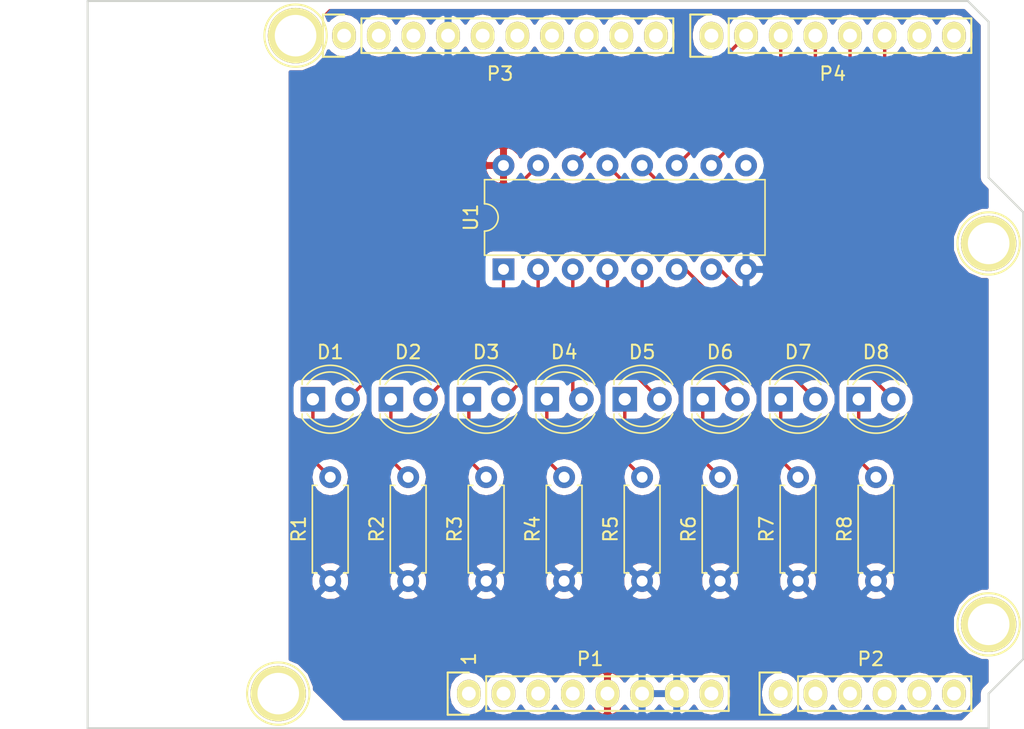
<source format=kicad_pcb>
(kicad_pcb (version 4) (host pcbnew 4.0.2-stable)

  (general
    (links 33)
    (no_connects 0)
    (area 110.922999 72.949999 179.653001 126.440001)
    (thickness 1.6)
    (drawings 27)
    (tracks 50)
    (zones 0)
    (modules 25)
    (nets 52)
  )

  (page A4)
  (title_block
    (date "lun. 30 mars 2015")
  )

  (layers
    (0 F.Cu signal)
    (31 B.Cu signal)
    (32 B.Adhes user)
    (33 F.Adhes user)
    (34 B.Paste user)
    (35 F.Paste user)
    (36 B.SilkS user)
    (37 F.SilkS user)
    (38 B.Mask user)
    (39 F.Mask user)
    (40 Dwgs.User user)
    (41 Cmts.User user)
    (42 Eco1.User user)
    (43 Eco2.User user)
    (44 Edge.Cuts user)
    (45 Margin user)
    (46 B.CrtYd user)
    (47 F.CrtYd user)
    (48 B.Fab user)
    (49 F.Fab user)
  )

  (setup
    (last_trace_width 0.25)
    (trace_clearance 0.2)
    (zone_clearance 0.508)
    (zone_45_only no)
    (trace_min 0.2)
    (segment_width 0.15)
    (edge_width 0.15)
    (via_size 0.6)
    (via_drill 0.4)
    (via_min_size 0.4)
    (via_min_drill 0.3)
    (uvia_size 0.3)
    (uvia_drill 0.1)
    (uvias_allowed no)
    (uvia_min_size 0.2)
    (uvia_min_drill 0.1)
    (pcb_text_width 0.3)
    (pcb_text_size 1.5 1.5)
    (mod_edge_width 0.15)
    (mod_text_size 1 1)
    (mod_text_width 0.15)
    (pad_size 4.064 4.064)
    (pad_drill 3.048)
    (pad_to_mask_clearance 0)
    (aux_axis_origin 110.998 126.365)
    (grid_origin 110.998 126.365)
    (visible_elements 7FFFFFFF)
    (pcbplotparams
      (layerselection 0x00030_80000001)
      (usegerberextensions false)
      (excludeedgelayer true)
      (linewidth 0.100000)
      (plotframeref false)
      (viasonmask false)
      (mode 1)
      (useauxorigin false)
      (hpglpennumber 1)
      (hpglpenspeed 20)
      (hpglpendiameter 15)
      (hpglpenoverlay 2)
      (psnegative false)
      (psa4output false)
      (plotreference true)
      (plotvalue true)
      (plotinvisibletext false)
      (padsonsilk false)
      (subtractmaskfromsilk false)
      (outputformat 1)
      (mirror false)
      (drillshape 1)
      (scaleselection 1)
      (outputdirectory ""))
  )

  (net 0 "")
  (net 1 /IOREF)
  (net 2 /Reset)
  (net 3 +5V)
  (net 4 GND)
  (net 5 /Vin)
  (net 6 /A0)
  (net 7 /A1)
  (net 8 /A2)
  (net 9 /A3)
  (net 10 /AREF)
  (net 11 "/A4(SDA)")
  (net 12 "/A5(SCL)")
  (net 13 "/9(**)")
  (net 14 /8)
  (net 15 /7)
  (net 16 "/6(**)")
  (net 17 "/5(**)")
  (net 18 /4)
  (net 19 "/3(**)")
  (net 20 /2)
  (net 21 "/1(Tx)")
  (net 22 "/0(Rx)")
  (net 23 "Net-(P5-Pad1)")
  (net 24 "Net-(P6-Pad1)")
  (net 25 "Net-(P7-Pad1)")
  (net 26 "Net-(P8-Pad1)")
  (net 27 "/13(SCK)")
  (net 28 "/10(**/SS)")
  (net 29 "Net-(P1-Pad1)")
  (net 30 +3V3)
  (net 31 "/12(MISO)")
  (net 32 "/11(**/MOSI)")
  (net 33 "Net-(D1-Pad1)")
  (net 34 "Net-(D1-Pad2)")
  (net 35 "Net-(D2-Pad1)")
  (net 36 "Net-(D2-Pad2)")
  (net 37 "Net-(D3-Pad1)")
  (net 38 "Net-(D3-Pad2)")
  (net 39 "Net-(D4-Pad1)")
  (net 40 "Net-(D4-Pad2)")
  (net 41 "Net-(D5-Pad1)")
  (net 42 "Net-(D5-Pad2)")
  (net 43 "Net-(D6-Pad1)")
  (net 44 "Net-(D6-Pad2)")
  (net 45 "Net-(D7-Pad1)")
  (net 46 "Net-(D7-Pad2)")
  (net 47 "Net-(D8-Pad1)")
  (net 48 "Net-(D8-Pad2)")
  (net 49 "/A5_2(SCL)")
  (net 50 "/A4_2(SDA)")
  (net 51 "Net-(U1-Pad9)")

  (net_class Default "This is the default net class."
    (clearance 0.2)
    (trace_width 0.25)
    (via_dia 0.6)
    (via_drill 0.4)
    (uvia_dia 0.3)
    (uvia_drill 0.1)
    (add_net +3V3)
    (add_net +5V)
    (add_net "/0(Rx)")
    (add_net "/1(Tx)")
    (add_net "/10(**/SS)")
    (add_net "/11(**/MOSI)")
    (add_net "/12(MISO)")
    (add_net "/13(SCK)")
    (add_net /2)
    (add_net "/3(**)")
    (add_net /4)
    (add_net "/5(**)")
    (add_net "/6(**)")
    (add_net /7)
    (add_net /8)
    (add_net "/9(**)")
    (add_net /A0)
    (add_net /A1)
    (add_net /A2)
    (add_net /A3)
    (add_net "/A4(SDA)")
    (add_net "/A4_2(SDA)")
    (add_net "/A5(SCL)")
    (add_net "/A5_2(SCL)")
    (add_net /AREF)
    (add_net /IOREF)
    (add_net /Reset)
    (add_net /Vin)
    (add_net GND)
    (add_net "Net-(D1-Pad1)")
    (add_net "Net-(D1-Pad2)")
    (add_net "Net-(D2-Pad1)")
    (add_net "Net-(D2-Pad2)")
    (add_net "Net-(D3-Pad1)")
    (add_net "Net-(D3-Pad2)")
    (add_net "Net-(D4-Pad1)")
    (add_net "Net-(D4-Pad2)")
    (add_net "Net-(D5-Pad1)")
    (add_net "Net-(D5-Pad2)")
    (add_net "Net-(D6-Pad1)")
    (add_net "Net-(D6-Pad2)")
    (add_net "Net-(D7-Pad1)")
    (add_net "Net-(D7-Pad2)")
    (add_net "Net-(D8-Pad1)")
    (add_net "Net-(D8-Pad2)")
    (add_net "Net-(P1-Pad1)")
    (add_net "Net-(P5-Pad1)")
    (add_net "Net-(P6-Pad1)")
    (add_net "Net-(P7-Pad1)")
    (add_net "Net-(P8-Pad1)")
    (add_net "Net-(U1-Pad9)")
  )

  (module Socket_Arduino_Uno:Socket_Strip_Arduino_1x08 locked (layer F.Cu) (tedit 552168D2) (tstamp 551AF9EA)
    (at 138.938 123.825)
    (descr "Through hole socket strip")
    (tags "socket strip")
    (path /5517C2C1)
    (fp_text reference P1 (at 8.89 -2.54) (layer F.SilkS)
      (effects (font (size 1 1) (thickness 0.15)))
    )
    (fp_text value Power (at 8.89 -4.064) (layer F.Fab)
      (effects (font (size 1 1) (thickness 0.15)))
    )
    (fp_line (start -1.75 -1.75) (end -1.75 1.75) (layer F.CrtYd) (width 0.05))
    (fp_line (start 19.55 -1.75) (end 19.55 1.75) (layer F.CrtYd) (width 0.05))
    (fp_line (start -1.75 -1.75) (end 19.55 -1.75) (layer F.CrtYd) (width 0.05))
    (fp_line (start -1.75 1.75) (end 19.55 1.75) (layer F.CrtYd) (width 0.05))
    (fp_line (start 1.27 1.27) (end 19.05 1.27) (layer F.SilkS) (width 0.15))
    (fp_line (start 19.05 1.27) (end 19.05 -1.27) (layer F.SilkS) (width 0.15))
    (fp_line (start 19.05 -1.27) (end 1.27 -1.27) (layer F.SilkS) (width 0.15))
    (fp_line (start -1.55 1.55) (end 0 1.55) (layer F.SilkS) (width 0.15))
    (fp_line (start 1.27 1.27) (end 1.27 -1.27) (layer F.SilkS) (width 0.15))
    (fp_line (start 0 -1.55) (end -1.55 -1.55) (layer F.SilkS) (width 0.15))
    (fp_line (start -1.55 -1.55) (end -1.55 1.55) (layer F.SilkS) (width 0.15))
    (pad 1 thru_hole oval (at 0 0) (size 1.7272 2.032) (drill 1.016) (layers *.Cu *.Mask F.SilkS)
      (net 29 "Net-(P1-Pad1)"))
    (pad 2 thru_hole oval (at 2.54 0) (size 1.7272 2.032) (drill 1.016) (layers *.Cu *.Mask F.SilkS)
      (net 1 /IOREF))
    (pad 3 thru_hole oval (at 5.08 0) (size 1.7272 2.032) (drill 1.016) (layers *.Cu *.Mask F.SilkS)
      (net 2 /Reset))
    (pad 4 thru_hole oval (at 7.62 0) (size 1.7272 2.032) (drill 1.016) (layers *.Cu *.Mask F.SilkS)
      (net 30 +3V3))
    (pad 5 thru_hole oval (at 10.16 0) (size 1.7272 2.032) (drill 1.016) (layers *.Cu *.Mask F.SilkS)
      (net 3 +5V))
    (pad 6 thru_hole oval (at 12.7 0) (size 1.7272 2.032) (drill 1.016) (layers *.Cu *.Mask F.SilkS)
      (net 4 GND))
    (pad 7 thru_hole oval (at 15.24 0) (size 1.7272 2.032) (drill 1.016) (layers *.Cu *.Mask F.SilkS)
      (net 4 GND))
    (pad 8 thru_hole oval (at 17.78 0) (size 1.7272 2.032) (drill 1.016) (layers *.Cu *.Mask F.SilkS)
      (net 5 /Vin))
    (model ${KIPRJMOD}/Socket_Arduino_Uno.3dshapes/Socket_header_Arduino_1x08.wrl
      (at (xyz 0.35 0 0))
      (scale (xyz 1 1 1))
      (rotate (xyz 0 0 180))
    )
  )

  (module Socket_Arduino_Uno:Socket_Strip_Arduino_1x06 locked (layer F.Cu) (tedit 552168D6) (tstamp 551AF9FF)
    (at 161.798 123.825)
    (descr "Through hole socket strip")
    (tags "socket strip")
    (path /5517C323)
    (fp_text reference P2 (at 6.604 -2.54) (layer F.SilkS)
      (effects (font (size 1 1) (thickness 0.15)))
    )
    (fp_text value Analog (at 6.604 -4.064) (layer F.Fab)
      (effects (font (size 1 1) (thickness 0.15)))
    )
    (fp_line (start -1.75 -1.75) (end -1.75 1.75) (layer F.CrtYd) (width 0.05))
    (fp_line (start 14.45 -1.75) (end 14.45 1.75) (layer F.CrtYd) (width 0.05))
    (fp_line (start -1.75 -1.75) (end 14.45 -1.75) (layer F.CrtYd) (width 0.05))
    (fp_line (start -1.75 1.75) (end 14.45 1.75) (layer F.CrtYd) (width 0.05))
    (fp_line (start 1.27 1.27) (end 13.97 1.27) (layer F.SilkS) (width 0.15))
    (fp_line (start 13.97 1.27) (end 13.97 -1.27) (layer F.SilkS) (width 0.15))
    (fp_line (start 13.97 -1.27) (end 1.27 -1.27) (layer F.SilkS) (width 0.15))
    (fp_line (start -1.55 1.55) (end 0 1.55) (layer F.SilkS) (width 0.15))
    (fp_line (start 1.27 1.27) (end 1.27 -1.27) (layer F.SilkS) (width 0.15))
    (fp_line (start 0 -1.55) (end -1.55 -1.55) (layer F.SilkS) (width 0.15))
    (fp_line (start -1.55 -1.55) (end -1.55 1.55) (layer F.SilkS) (width 0.15))
    (pad 1 thru_hole oval (at 0 0) (size 1.7272 2.032) (drill 1.016) (layers *.Cu *.Mask F.SilkS)
      (net 6 /A0))
    (pad 2 thru_hole oval (at 2.54 0) (size 1.7272 2.032) (drill 1.016) (layers *.Cu *.Mask F.SilkS)
      (net 7 /A1))
    (pad 3 thru_hole oval (at 5.08 0) (size 1.7272 2.032) (drill 1.016) (layers *.Cu *.Mask F.SilkS)
      (net 8 /A2))
    (pad 4 thru_hole oval (at 7.62 0) (size 1.7272 2.032) (drill 1.016) (layers *.Cu *.Mask F.SilkS)
      (net 9 /A3))
    (pad 5 thru_hole oval (at 10.16 0) (size 1.7272 2.032) (drill 1.016) (layers *.Cu *.Mask F.SilkS)
      (net 11 "/A4(SDA)"))
    (pad 6 thru_hole oval (at 12.7 0) (size 1.7272 2.032) (drill 1.016) (layers *.Cu *.Mask F.SilkS)
      (net 12 "/A5(SCL)"))
    (model ${KIPRJMOD}/Socket_Arduino_Uno.3dshapes/Socket_header_Arduino_1x06.wrl
      (at (xyz 0.25 0 0))
      (scale (xyz 1 1 1))
      (rotate (xyz 0 0 180))
    )
  )

  (module Socket_Arduino_Uno:Socket_Strip_Arduino_1x10 locked (layer F.Cu) (tedit 552168BF) (tstamp 551AFA18)
    (at 129.794 75.565)
    (descr "Through hole socket strip")
    (tags "socket strip")
    (path /5517C46C)
    (fp_text reference P3 (at 11.43 2.794) (layer F.SilkS)
      (effects (font (size 1 1) (thickness 0.15)))
    )
    (fp_text value Digital (at 11.43 4.318) (layer F.Fab)
      (effects (font (size 1 1) (thickness 0.15)))
    )
    (fp_line (start -1.75 -1.75) (end -1.75 1.75) (layer F.CrtYd) (width 0.05))
    (fp_line (start 24.65 -1.75) (end 24.65 1.75) (layer F.CrtYd) (width 0.05))
    (fp_line (start -1.75 -1.75) (end 24.65 -1.75) (layer F.CrtYd) (width 0.05))
    (fp_line (start -1.75 1.75) (end 24.65 1.75) (layer F.CrtYd) (width 0.05))
    (fp_line (start 1.27 1.27) (end 24.13 1.27) (layer F.SilkS) (width 0.15))
    (fp_line (start 24.13 1.27) (end 24.13 -1.27) (layer F.SilkS) (width 0.15))
    (fp_line (start 24.13 -1.27) (end 1.27 -1.27) (layer F.SilkS) (width 0.15))
    (fp_line (start -1.55 1.55) (end 0 1.55) (layer F.SilkS) (width 0.15))
    (fp_line (start 1.27 1.27) (end 1.27 -1.27) (layer F.SilkS) (width 0.15))
    (fp_line (start 0 -1.55) (end -1.55 -1.55) (layer F.SilkS) (width 0.15))
    (fp_line (start -1.55 -1.55) (end -1.55 1.55) (layer F.SilkS) (width 0.15))
    (pad 1 thru_hole oval (at 0 0) (size 1.7272 2.032) (drill 1.016) (layers *.Cu *.Mask F.SilkS)
      (net 49 "/A5_2(SCL)"))
    (pad 2 thru_hole oval (at 2.54 0) (size 1.7272 2.032) (drill 1.016) (layers *.Cu *.Mask F.SilkS)
      (net 50 "/A4_2(SDA)"))
    (pad 3 thru_hole oval (at 5.08 0) (size 1.7272 2.032) (drill 1.016) (layers *.Cu *.Mask F.SilkS)
      (net 10 /AREF))
    (pad 4 thru_hole oval (at 7.62 0) (size 1.7272 2.032) (drill 1.016) (layers *.Cu *.Mask F.SilkS)
      (net 4 GND))
    (pad 5 thru_hole oval (at 10.16 0) (size 1.7272 2.032) (drill 1.016) (layers *.Cu *.Mask F.SilkS)
      (net 27 "/13(SCK)"))
    (pad 6 thru_hole oval (at 12.7 0) (size 1.7272 2.032) (drill 1.016) (layers *.Cu *.Mask F.SilkS)
      (net 31 "/12(MISO)"))
    (pad 7 thru_hole oval (at 15.24 0) (size 1.7272 2.032) (drill 1.016) (layers *.Cu *.Mask F.SilkS)
      (net 32 "/11(**/MOSI)"))
    (pad 8 thru_hole oval (at 17.78 0) (size 1.7272 2.032) (drill 1.016) (layers *.Cu *.Mask F.SilkS)
      (net 28 "/10(**/SS)"))
    (pad 9 thru_hole oval (at 20.32 0) (size 1.7272 2.032) (drill 1.016) (layers *.Cu *.Mask F.SilkS)
      (net 13 "/9(**)"))
    (pad 10 thru_hole oval (at 22.86 0) (size 1.7272 2.032) (drill 1.016) (layers *.Cu *.Mask F.SilkS)
      (net 14 /8))
    (model ${KIPRJMOD}/Socket_Arduino_Uno.3dshapes/Socket_header_Arduino_1x10.wrl
      (at (xyz 0.45 0 0))
      (scale (xyz 1 1 1))
      (rotate (xyz 0 0 180))
    )
  )

  (module Socket_Arduino_Uno:Socket_Strip_Arduino_1x08 locked (layer F.Cu) (tedit 552168C7) (tstamp 551AFA2F)
    (at 156.718 75.565)
    (descr "Through hole socket strip")
    (tags "socket strip")
    (path /5517C366)
    (fp_text reference P4 (at 8.89 2.794) (layer F.SilkS)
      (effects (font (size 1 1) (thickness 0.15)))
    )
    (fp_text value Digital (at 8.89 4.318) (layer F.Fab)
      (effects (font (size 1 1) (thickness 0.15)))
    )
    (fp_line (start -1.75 -1.75) (end -1.75 1.75) (layer F.CrtYd) (width 0.05))
    (fp_line (start 19.55 -1.75) (end 19.55 1.75) (layer F.CrtYd) (width 0.05))
    (fp_line (start -1.75 -1.75) (end 19.55 -1.75) (layer F.CrtYd) (width 0.05))
    (fp_line (start -1.75 1.75) (end 19.55 1.75) (layer F.CrtYd) (width 0.05))
    (fp_line (start 1.27 1.27) (end 19.05 1.27) (layer F.SilkS) (width 0.15))
    (fp_line (start 19.05 1.27) (end 19.05 -1.27) (layer F.SilkS) (width 0.15))
    (fp_line (start 19.05 -1.27) (end 1.27 -1.27) (layer F.SilkS) (width 0.15))
    (fp_line (start -1.55 1.55) (end 0 1.55) (layer F.SilkS) (width 0.15))
    (fp_line (start 1.27 1.27) (end 1.27 -1.27) (layer F.SilkS) (width 0.15))
    (fp_line (start 0 -1.55) (end -1.55 -1.55) (layer F.SilkS) (width 0.15))
    (fp_line (start -1.55 -1.55) (end -1.55 1.55) (layer F.SilkS) (width 0.15))
    (pad 1 thru_hole oval (at 0 0) (size 1.7272 2.032) (drill 1.016) (layers *.Cu *.Mask F.SilkS)
      (net 15 /7))
    (pad 2 thru_hole oval (at 2.54 0) (size 1.7272 2.032) (drill 1.016) (layers *.Cu *.Mask F.SilkS)
      (net 16 "/6(**)"))
    (pad 3 thru_hole oval (at 5.08 0) (size 1.7272 2.032) (drill 1.016) (layers *.Cu *.Mask F.SilkS)
      (net 17 "/5(**)"))
    (pad 4 thru_hole oval (at 7.62 0) (size 1.7272 2.032) (drill 1.016) (layers *.Cu *.Mask F.SilkS)
      (net 18 /4))
    (pad 5 thru_hole oval (at 10.16 0) (size 1.7272 2.032) (drill 1.016) (layers *.Cu *.Mask F.SilkS)
      (net 19 "/3(**)"))
    (pad 6 thru_hole oval (at 12.7 0) (size 1.7272 2.032) (drill 1.016) (layers *.Cu *.Mask F.SilkS)
      (net 20 /2))
    (pad 7 thru_hole oval (at 15.24 0) (size 1.7272 2.032) (drill 1.016) (layers *.Cu *.Mask F.SilkS)
      (net 21 "/1(Tx)"))
    (pad 8 thru_hole oval (at 17.78 0) (size 1.7272 2.032) (drill 1.016) (layers *.Cu *.Mask F.SilkS)
      (net 22 "/0(Rx)"))
    (model ${KIPRJMOD}/Socket_Arduino_Uno.3dshapes/Socket_header_Arduino_1x08.wrl
      (at (xyz 0.35 0 0))
      (scale (xyz 1 1 1))
      (rotate (xyz 0 0 180))
    )
  )

  (module Socket_Arduino_Uno:Arduino_1pin locked (layer F.Cu) (tedit 5524FC39) (tstamp 5524FC3F)
    (at 124.968 123.825)
    (descr "module 1 pin (ou trou mecanique de percage)")
    (tags DEV)
    (path /551BBC06)
    (fp_text reference P5 (at 0 -3.048) (layer F.SilkS) hide
      (effects (font (size 1 1) (thickness 0.15)))
    )
    (fp_text value CONN_1 (at 0 2.794) (layer F.Fab) hide
      (effects (font (size 1 1) (thickness 0.15)))
    )
    (fp_circle (center 0 0) (end 0 -2.286) (layer F.SilkS) (width 0.15))
    (pad 1 thru_hole circle (at 0 0) (size 4.064 4.064) (drill 3.048) (layers *.Cu *.Mask F.SilkS)
      (net 23 "Net-(P5-Pad1)"))
  )

  (module Socket_Arduino_Uno:Arduino_1pin locked (layer F.Cu) (tedit 5524FC4A) (tstamp 5524FC44)
    (at 177.038 118.745)
    (descr "module 1 pin (ou trou mecanique de percage)")
    (tags DEV)
    (path /551BBD10)
    (fp_text reference P6 (at 0 -3.048) (layer F.SilkS) hide
      (effects (font (size 1 1) (thickness 0.15)))
    )
    (fp_text value CONN_1 (at 0 2.794) (layer F.Fab) hide
      (effects (font (size 1 1) (thickness 0.15)))
    )
    (fp_circle (center 0 0) (end 0 -2.286) (layer F.SilkS) (width 0.15))
    (pad 1 thru_hole circle (at 0 0) (size 4.064 4.064) (drill 3.048) (layers *.Cu *.Mask F.SilkS)
      (net 24 "Net-(P6-Pad1)"))
  )

  (module Socket_Arduino_Uno:Arduino_1pin locked (layer F.Cu) (tedit 5524FC2F) (tstamp 5524FC49)
    (at 126.238 75.565)
    (descr "module 1 pin (ou trou mecanique de percage)")
    (tags DEV)
    (path /551BBD30)
    (fp_text reference P7 (at 0 -3.048) (layer F.SilkS) hide
      (effects (font (size 1 1) (thickness 0.15)))
    )
    (fp_text value CONN_1 (at 0 2.794) (layer F.Fab) hide
      (effects (font (size 1 1) (thickness 0.15)))
    )
    (fp_circle (center 0 0) (end 0 -2.286) (layer F.SilkS) (width 0.15))
    (pad 1 thru_hole circle (at 0 0) (size 4.064 4.064) (drill 3.048) (layers *.Cu *.Mask F.SilkS)
      (net 25 "Net-(P7-Pad1)"))
  )

  (module Socket_Arduino_Uno:Arduino_1pin locked (layer F.Cu) (tedit 5524FC41) (tstamp 5524FC4E)
    (at 177.038 90.805)
    (descr "module 1 pin (ou trou mecanique de percage)")
    (tags DEV)
    (path /551BBD52)
    (fp_text reference P8 (at 0 -3.048) (layer F.SilkS) hide
      (effects (font (size 1 1) (thickness 0.15)))
    )
    (fp_text value CONN_1 (at 0 2.794) (layer F.Fab) hide
      (effects (font (size 1 1) (thickness 0.15)))
    )
    (fp_circle (center 0 0) (end 0 -2.286) (layer F.SilkS) (width 0.15))
    (pad 1 thru_hole circle (at 0 0) (size 4.064 4.064) (drill 3.048) (layers *.Cu *.Mask F.SilkS)
      (net 26 "Net-(P8-Pad1)"))
  )

  (module LEDs:LED_D4.0mm (layer F.Cu) (tedit 587A3A7B) (tstamp 58A396E2)
    (at 127.508 102.235)
    (descr "LED, diameter 4.0mm, 2 pins, http://www.kingbright.com/attachments/file/psearch/000/00/00/L-43GD(Ver.12B).pdf")
    (tags "LED diameter 4.0mm 2 pins")
    (path /58A37201)
    (fp_text reference D1 (at 1.27 -3.46) (layer F.SilkS)
      (effects (font (size 1 1) (thickness 0.15)))
    )
    (fp_text value LED (at 1.27 3.46) (layer F.Fab)
      (effects (font (size 1 1) (thickness 0.15)))
    )
    (fp_arc (start 1.27 0) (end -0.73 -1.32665) (angle 292.9) (layer F.Fab) (width 0.1))
    (fp_arc (start 1.27 0) (end -0.79 -1.398749) (angle 120.1) (layer F.SilkS) (width 0.12))
    (fp_arc (start 1.27 0) (end -0.79 1.398749) (angle -120.1) (layer F.SilkS) (width 0.12))
    (fp_arc (start 1.27 0) (end -0.41333 -1.08) (angle 114.6) (layer F.SilkS) (width 0.12))
    (fp_arc (start 1.27 0) (end -0.41333 1.08) (angle -114.6) (layer F.SilkS) (width 0.12))
    (fp_circle (center 1.27 0) (end 3.27 0) (layer F.Fab) (width 0.1))
    (fp_line (start -0.73 -1.32665) (end -0.73 1.32665) (layer F.Fab) (width 0.1))
    (fp_line (start -0.79 -1.399) (end -0.79 -1.08) (layer F.SilkS) (width 0.12))
    (fp_line (start -0.79 1.08) (end -0.79 1.399) (layer F.SilkS) (width 0.12))
    (fp_line (start -1.45 -2.75) (end -1.45 2.75) (layer F.CrtYd) (width 0.05))
    (fp_line (start -1.45 2.75) (end 4 2.75) (layer F.CrtYd) (width 0.05))
    (fp_line (start 4 2.75) (end 4 -2.75) (layer F.CrtYd) (width 0.05))
    (fp_line (start 4 -2.75) (end -1.45 -2.75) (layer F.CrtYd) (width 0.05))
    (pad 1 thru_hole rect (at 0 0) (size 1.8 1.8) (drill 0.9) (layers *.Cu *.Mask)
      (net 33 "Net-(D1-Pad1)"))
    (pad 2 thru_hole circle (at 2.54 0) (size 1.8 1.8) (drill 0.9) (layers *.Cu *.Mask)
      (net 34 "Net-(D1-Pad2)"))
    (model LEDs.3dshapes/LED_D4.0mm.wrl
      (at (xyz 0 0 0))
      (scale (xyz 0.393701 0.393701 0.393701))
      (rotate (xyz 0 0 0))
    )
  )

  (module LEDs:LED_D4.0mm (layer F.Cu) (tedit 587A3A7B) (tstamp 58A396E8)
    (at 133.223 102.235)
    (descr "LED, diameter 4.0mm, 2 pins, http://www.kingbright.com/attachments/file/psearch/000/00/00/L-43GD(Ver.12B).pdf")
    (tags "LED diameter 4.0mm 2 pins")
    (path /58A37306)
    (fp_text reference D2 (at 1.27 -3.46) (layer F.SilkS)
      (effects (font (size 1 1) (thickness 0.15)))
    )
    (fp_text value LED (at 1.27 3.46) (layer F.Fab)
      (effects (font (size 1 1) (thickness 0.15)))
    )
    (fp_arc (start 1.27 0) (end -0.73 -1.32665) (angle 292.9) (layer F.Fab) (width 0.1))
    (fp_arc (start 1.27 0) (end -0.79 -1.398749) (angle 120.1) (layer F.SilkS) (width 0.12))
    (fp_arc (start 1.27 0) (end -0.79 1.398749) (angle -120.1) (layer F.SilkS) (width 0.12))
    (fp_arc (start 1.27 0) (end -0.41333 -1.08) (angle 114.6) (layer F.SilkS) (width 0.12))
    (fp_arc (start 1.27 0) (end -0.41333 1.08) (angle -114.6) (layer F.SilkS) (width 0.12))
    (fp_circle (center 1.27 0) (end 3.27 0) (layer F.Fab) (width 0.1))
    (fp_line (start -0.73 -1.32665) (end -0.73 1.32665) (layer F.Fab) (width 0.1))
    (fp_line (start -0.79 -1.399) (end -0.79 -1.08) (layer F.SilkS) (width 0.12))
    (fp_line (start -0.79 1.08) (end -0.79 1.399) (layer F.SilkS) (width 0.12))
    (fp_line (start -1.45 -2.75) (end -1.45 2.75) (layer F.CrtYd) (width 0.05))
    (fp_line (start -1.45 2.75) (end 4 2.75) (layer F.CrtYd) (width 0.05))
    (fp_line (start 4 2.75) (end 4 -2.75) (layer F.CrtYd) (width 0.05))
    (fp_line (start 4 -2.75) (end -1.45 -2.75) (layer F.CrtYd) (width 0.05))
    (pad 1 thru_hole rect (at 0 0) (size 1.8 1.8) (drill 0.9) (layers *.Cu *.Mask)
      (net 35 "Net-(D2-Pad1)"))
    (pad 2 thru_hole circle (at 2.54 0) (size 1.8 1.8) (drill 0.9) (layers *.Cu *.Mask)
      (net 36 "Net-(D2-Pad2)"))
    (model LEDs.3dshapes/LED_D4.0mm.wrl
      (at (xyz 0 0 0))
      (scale (xyz 0.393701 0.393701 0.393701))
      (rotate (xyz 0 0 0))
    )
  )

  (module LEDs:LED_D4.0mm (layer F.Cu) (tedit 587A3A7B) (tstamp 58A396EE)
    (at 138.938 102.235)
    (descr "LED, diameter 4.0mm, 2 pins, http://www.kingbright.com/attachments/file/psearch/000/00/00/L-43GD(Ver.12B).pdf")
    (tags "LED diameter 4.0mm 2 pins")
    (path /58A37351)
    (fp_text reference D3 (at 1.27 -3.46) (layer F.SilkS)
      (effects (font (size 1 1) (thickness 0.15)))
    )
    (fp_text value LED (at 1.27 3.46) (layer F.Fab)
      (effects (font (size 1 1) (thickness 0.15)))
    )
    (fp_arc (start 1.27 0) (end -0.73 -1.32665) (angle 292.9) (layer F.Fab) (width 0.1))
    (fp_arc (start 1.27 0) (end -0.79 -1.398749) (angle 120.1) (layer F.SilkS) (width 0.12))
    (fp_arc (start 1.27 0) (end -0.79 1.398749) (angle -120.1) (layer F.SilkS) (width 0.12))
    (fp_arc (start 1.27 0) (end -0.41333 -1.08) (angle 114.6) (layer F.SilkS) (width 0.12))
    (fp_arc (start 1.27 0) (end -0.41333 1.08) (angle -114.6) (layer F.SilkS) (width 0.12))
    (fp_circle (center 1.27 0) (end 3.27 0) (layer F.Fab) (width 0.1))
    (fp_line (start -0.73 -1.32665) (end -0.73 1.32665) (layer F.Fab) (width 0.1))
    (fp_line (start -0.79 -1.399) (end -0.79 -1.08) (layer F.SilkS) (width 0.12))
    (fp_line (start -0.79 1.08) (end -0.79 1.399) (layer F.SilkS) (width 0.12))
    (fp_line (start -1.45 -2.75) (end -1.45 2.75) (layer F.CrtYd) (width 0.05))
    (fp_line (start -1.45 2.75) (end 4 2.75) (layer F.CrtYd) (width 0.05))
    (fp_line (start 4 2.75) (end 4 -2.75) (layer F.CrtYd) (width 0.05))
    (fp_line (start 4 -2.75) (end -1.45 -2.75) (layer F.CrtYd) (width 0.05))
    (pad 1 thru_hole rect (at 0 0) (size 1.8 1.8) (drill 0.9) (layers *.Cu *.Mask)
      (net 37 "Net-(D3-Pad1)"))
    (pad 2 thru_hole circle (at 2.54 0) (size 1.8 1.8) (drill 0.9) (layers *.Cu *.Mask)
      (net 38 "Net-(D3-Pad2)"))
    (model LEDs.3dshapes/LED_D4.0mm.wrl
      (at (xyz 0 0 0))
      (scale (xyz 0.393701 0.393701 0.393701))
      (rotate (xyz 0 0 0))
    )
  )

  (module LEDs:LED_D4.0mm (layer F.Cu) (tedit 587A3A7B) (tstamp 58A396F4)
    (at 144.653 102.235)
    (descr "LED, diameter 4.0mm, 2 pins, http://www.kingbright.com/attachments/file/psearch/000/00/00/L-43GD(Ver.12B).pdf")
    (tags "LED diameter 4.0mm 2 pins")
    (path /58A3739E)
    (fp_text reference D4 (at 1.27 -3.46) (layer F.SilkS)
      (effects (font (size 1 1) (thickness 0.15)))
    )
    (fp_text value LED (at 1.27 3.46) (layer F.Fab)
      (effects (font (size 1 1) (thickness 0.15)))
    )
    (fp_arc (start 1.27 0) (end -0.73 -1.32665) (angle 292.9) (layer F.Fab) (width 0.1))
    (fp_arc (start 1.27 0) (end -0.79 -1.398749) (angle 120.1) (layer F.SilkS) (width 0.12))
    (fp_arc (start 1.27 0) (end -0.79 1.398749) (angle -120.1) (layer F.SilkS) (width 0.12))
    (fp_arc (start 1.27 0) (end -0.41333 -1.08) (angle 114.6) (layer F.SilkS) (width 0.12))
    (fp_arc (start 1.27 0) (end -0.41333 1.08) (angle -114.6) (layer F.SilkS) (width 0.12))
    (fp_circle (center 1.27 0) (end 3.27 0) (layer F.Fab) (width 0.1))
    (fp_line (start -0.73 -1.32665) (end -0.73 1.32665) (layer F.Fab) (width 0.1))
    (fp_line (start -0.79 -1.399) (end -0.79 -1.08) (layer F.SilkS) (width 0.12))
    (fp_line (start -0.79 1.08) (end -0.79 1.399) (layer F.SilkS) (width 0.12))
    (fp_line (start -1.45 -2.75) (end -1.45 2.75) (layer F.CrtYd) (width 0.05))
    (fp_line (start -1.45 2.75) (end 4 2.75) (layer F.CrtYd) (width 0.05))
    (fp_line (start 4 2.75) (end 4 -2.75) (layer F.CrtYd) (width 0.05))
    (fp_line (start 4 -2.75) (end -1.45 -2.75) (layer F.CrtYd) (width 0.05))
    (pad 1 thru_hole rect (at 0 0) (size 1.8 1.8) (drill 0.9) (layers *.Cu *.Mask)
      (net 39 "Net-(D4-Pad1)"))
    (pad 2 thru_hole circle (at 2.54 0) (size 1.8 1.8) (drill 0.9) (layers *.Cu *.Mask)
      (net 40 "Net-(D4-Pad2)"))
    (model LEDs.3dshapes/LED_D4.0mm.wrl
      (at (xyz 0 0 0))
      (scale (xyz 0.393701 0.393701 0.393701))
      (rotate (xyz 0 0 0))
    )
  )

  (module LEDs:LED_D4.0mm (layer F.Cu) (tedit 587A3A7B) (tstamp 58A396FA)
    (at 150.368 102.235)
    (descr "LED, diameter 4.0mm, 2 pins, http://www.kingbright.com/attachments/file/psearch/000/00/00/L-43GD(Ver.12B).pdf")
    (tags "LED diameter 4.0mm 2 pins")
    (path /58A3766D)
    (fp_text reference D5 (at 1.27 -3.46) (layer F.SilkS)
      (effects (font (size 1 1) (thickness 0.15)))
    )
    (fp_text value LED (at 1.27 3.46) (layer F.Fab)
      (effects (font (size 1 1) (thickness 0.15)))
    )
    (fp_arc (start 1.27 0) (end -0.73 -1.32665) (angle 292.9) (layer F.Fab) (width 0.1))
    (fp_arc (start 1.27 0) (end -0.79 -1.398749) (angle 120.1) (layer F.SilkS) (width 0.12))
    (fp_arc (start 1.27 0) (end -0.79 1.398749) (angle -120.1) (layer F.SilkS) (width 0.12))
    (fp_arc (start 1.27 0) (end -0.41333 -1.08) (angle 114.6) (layer F.SilkS) (width 0.12))
    (fp_arc (start 1.27 0) (end -0.41333 1.08) (angle -114.6) (layer F.SilkS) (width 0.12))
    (fp_circle (center 1.27 0) (end 3.27 0) (layer F.Fab) (width 0.1))
    (fp_line (start -0.73 -1.32665) (end -0.73 1.32665) (layer F.Fab) (width 0.1))
    (fp_line (start -0.79 -1.399) (end -0.79 -1.08) (layer F.SilkS) (width 0.12))
    (fp_line (start -0.79 1.08) (end -0.79 1.399) (layer F.SilkS) (width 0.12))
    (fp_line (start -1.45 -2.75) (end -1.45 2.75) (layer F.CrtYd) (width 0.05))
    (fp_line (start -1.45 2.75) (end 4 2.75) (layer F.CrtYd) (width 0.05))
    (fp_line (start 4 2.75) (end 4 -2.75) (layer F.CrtYd) (width 0.05))
    (fp_line (start 4 -2.75) (end -1.45 -2.75) (layer F.CrtYd) (width 0.05))
    (pad 1 thru_hole rect (at 0 0) (size 1.8 1.8) (drill 0.9) (layers *.Cu *.Mask)
      (net 41 "Net-(D5-Pad1)"))
    (pad 2 thru_hole circle (at 2.54 0) (size 1.8 1.8) (drill 0.9) (layers *.Cu *.Mask)
      (net 42 "Net-(D5-Pad2)"))
    (model LEDs.3dshapes/LED_D4.0mm.wrl
      (at (xyz 0 0 0))
      (scale (xyz 0.393701 0.393701 0.393701))
      (rotate (xyz 0 0 0))
    )
  )

  (module LEDs:LED_D4.0mm (layer F.Cu) (tedit 587A3A7B) (tstamp 58A39700)
    (at 156.083 102.235)
    (descr "LED, diameter 4.0mm, 2 pins, http://www.kingbright.com/attachments/file/psearch/000/00/00/L-43GD(Ver.12B).pdf")
    (tags "LED diameter 4.0mm 2 pins")
    (path /58A376E2)
    (fp_text reference D6 (at 1.27 -3.46) (layer F.SilkS)
      (effects (font (size 1 1) (thickness 0.15)))
    )
    (fp_text value LED (at 1.27 3.46) (layer F.Fab)
      (effects (font (size 1 1) (thickness 0.15)))
    )
    (fp_arc (start 1.27 0) (end -0.73 -1.32665) (angle 292.9) (layer F.Fab) (width 0.1))
    (fp_arc (start 1.27 0) (end -0.79 -1.398749) (angle 120.1) (layer F.SilkS) (width 0.12))
    (fp_arc (start 1.27 0) (end -0.79 1.398749) (angle -120.1) (layer F.SilkS) (width 0.12))
    (fp_arc (start 1.27 0) (end -0.41333 -1.08) (angle 114.6) (layer F.SilkS) (width 0.12))
    (fp_arc (start 1.27 0) (end -0.41333 1.08) (angle -114.6) (layer F.SilkS) (width 0.12))
    (fp_circle (center 1.27 0) (end 3.27 0) (layer F.Fab) (width 0.1))
    (fp_line (start -0.73 -1.32665) (end -0.73 1.32665) (layer F.Fab) (width 0.1))
    (fp_line (start -0.79 -1.399) (end -0.79 -1.08) (layer F.SilkS) (width 0.12))
    (fp_line (start -0.79 1.08) (end -0.79 1.399) (layer F.SilkS) (width 0.12))
    (fp_line (start -1.45 -2.75) (end -1.45 2.75) (layer F.CrtYd) (width 0.05))
    (fp_line (start -1.45 2.75) (end 4 2.75) (layer F.CrtYd) (width 0.05))
    (fp_line (start 4 2.75) (end 4 -2.75) (layer F.CrtYd) (width 0.05))
    (fp_line (start 4 -2.75) (end -1.45 -2.75) (layer F.CrtYd) (width 0.05))
    (pad 1 thru_hole rect (at 0 0) (size 1.8 1.8) (drill 0.9) (layers *.Cu *.Mask)
      (net 43 "Net-(D6-Pad1)"))
    (pad 2 thru_hole circle (at 2.54 0) (size 1.8 1.8) (drill 0.9) (layers *.Cu *.Mask)
      (net 44 "Net-(D6-Pad2)"))
    (model LEDs.3dshapes/LED_D4.0mm.wrl
      (at (xyz 0 0 0))
      (scale (xyz 0.393701 0.393701 0.393701))
      (rotate (xyz 0 0 0))
    )
  )

  (module LEDs:LED_D4.0mm (layer F.Cu) (tedit 587A3A7B) (tstamp 58A39706)
    (at 161.798 102.235)
    (descr "LED, diameter 4.0mm, 2 pins, http://www.kingbright.com/attachments/file/psearch/000/00/00/L-43GD(Ver.12B).pdf")
    (tags "LED diameter 4.0mm 2 pins")
    (path /58A378D7)
    (fp_text reference D7 (at 1.27 -3.46) (layer F.SilkS)
      (effects (font (size 1 1) (thickness 0.15)))
    )
    (fp_text value LED (at 1.27 3.46) (layer F.Fab)
      (effects (font (size 1 1) (thickness 0.15)))
    )
    (fp_arc (start 1.27 0) (end -0.73 -1.32665) (angle 292.9) (layer F.Fab) (width 0.1))
    (fp_arc (start 1.27 0) (end -0.79 -1.398749) (angle 120.1) (layer F.SilkS) (width 0.12))
    (fp_arc (start 1.27 0) (end -0.79 1.398749) (angle -120.1) (layer F.SilkS) (width 0.12))
    (fp_arc (start 1.27 0) (end -0.41333 -1.08) (angle 114.6) (layer F.SilkS) (width 0.12))
    (fp_arc (start 1.27 0) (end -0.41333 1.08) (angle -114.6) (layer F.SilkS) (width 0.12))
    (fp_circle (center 1.27 0) (end 3.27 0) (layer F.Fab) (width 0.1))
    (fp_line (start -0.73 -1.32665) (end -0.73 1.32665) (layer F.Fab) (width 0.1))
    (fp_line (start -0.79 -1.399) (end -0.79 -1.08) (layer F.SilkS) (width 0.12))
    (fp_line (start -0.79 1.08) (end -0.79 1.399) (layer F.SilkS) (width 0.12))
    (fp_line (start -1.45 -2.75) (end -1.45 2.75) (layer F.CrtYd) (width 0.05))
    (fp_line (start -1.45 2.75) (end 4 2.75) (layer F.CrtYd) (width 0.05))
    (fp_line (start 4 2.75) (end 4 -2.75) (layer F.CrtYd) (width 0.05))
    (fp_line (start 4 -2.75) (end -1.45 -2.75) (layer F.CrtYd) (width 0.05))
    (pad 1 thru_hole rect (at 0 0) (size 1.8 1.8) (drill 0.9) (layers *.Cu *.Mask)
      (net 45 "Net-(D7-Pad1)"))
    (pad 2 thru_hole circle (at 2.54 0) (size 1.8 1.8) (drill 0.9) (layers *.Cu *.Mask)
      (net 46 "Net-(D7-Pad2)"))
    (model LEDs.3dshapes/LED_D4.0mm.wrl
      (at (xyz 0 0 0))
      (scale (xyz 0.393701 0.393701 0.393701))
      (rotate (xyz 0 0 0))
    )
  )

  (module LEDs:LED_D4.0mm (layer F.Cu) (tedit 587A3A7B) (tstamp 58A3970C)
    (at 167.513 102.235)
    (descr "LED, diameter 4.0mm, 2 pins, http://www.kingbright.com/attachments/file/psearch/000/00/00/L-43GD(Ver.12B).pdf")
    (tags "LED diameter 4.0mm 2 pins")
    (path /58A37914)
    (fp_text reference D8 (at 1.27 -3.46) (layer F.SilkS)
      (effects (font (size 1 1) (thickness 0.15)))
    )
    (fp_text value LED (at 1.27 3.46) (layer F.Fab)
      (effects (font (size 1 1) (thickness 0.15)))
    )
    (fp_arc (start 1.27 0) (end -0.73 -1.32665) (angle 292.9) (layer F.Fab) (width 0.1))
    (fp_arc (start 1.27 0) (end -0.79 -1.398749) (angle 120.1) (layer F.SilkS) (width 0.12))
    (fp_arc (start 1.27 0) (end -0.79 1.398749) (angle -120.1) (layer F.SilkS) (width 0.12))
    (fp_arc (start 1.27 0) (end -0.41333 -1.08) (angle 114.6) (layer F.SilkS) (width 0.12))
    (fp_arc (start 1.27 0) (end -0.41333 1.08) (angle -114.6) (layer F.SilkS) (width 0.12))
    (fp_circle (center 1.27 0) (end 3.27 0) (layer F.Fab) (width 0.1))
    (fp_line (start -0.73 -1.32665) (end -0.73 1.32665) (layer F.Fab) (width 0.1))
    (fp_line (start -0.79 -1.399) (end -0.79 -1.08) (layer F.SilkS) (width 0.12))
    (fp_line (start -0.79 1.08) (end -0.79 1.399) (layer F.SilkS) (width 0.12))
    (fp_line (start -1.45 -2.75) (end -1.45 2.75) (layer F.CrtYd) (width 0.05))
    (fp_line (start -1.45 2.75) (end 4 2.75) (layer F.CrtYd) (width 0.05))
    (fp_line (start 4 2.75) (end 4 -2.75) (layer F.CrtYd) (width 0.05))
    (fp_line (start 4 -2.75) (end -1.45 -2.75) (layer F.CrtYd) (width 0.05))
    (pad 1 thru_hole rect (at 0 0) (size 1.8 1.8) (drill 0.9) (layers *.Cu *.Mask)
      (net 47 "Net-(D8-Pad1)"))
    (pad 2 thru_hole circle (at 2.54 0) (size 1.8 1.8) (drill 0.9) (layers *.Cu *.Mask)
      (net 48 "Net-(D8-Pad2)"))
    (model LEDs.3dshapes/LED_D4.0mm.wrl
      (at (xyz 0 0 0))
      (scale (xyz 0.393701 0.393701 0.393701))
      (rotate (xyz 0 0 0))
    )
  )

  (module Housings_DIP:DIP-16_W7.62mm (layer F.Cu) (tedit 586281B4) (tstamp 58A39760)
    (at 141.478 92.71 90)
    (descr "16-lead dip package, row spacing 7.62 mm (300 mils)")
    (tags "DIL DIP PDIP 2.54mm 7.62mm 300mil")
    (path /58A36180)
    (fp_text reference U1 (at 3.81 -2.39 90) (layer F.SilkS)
      (effects (font (size 1 1) (thickness 0.15)))
    )
    (fp_text value 74HC595 (at 3.81 20.17 90) (layer F.Fab)
      (effects (font (size 1 1) (thickness 0.15)))
    )
    (fp_arc (start 3.81 -1.39) (end 2.81 -1.39) (angle -180) (layer F.SilkS) (width 0.12))
    (fp_line (start 1.635 -1.27) (end 6.985 -1.27) (layer F.Fab) (width 0.1))
    (fp_line (start 6.985 -1.27) (end 6.985 19.05) (layer F.Fab) (width 0.1))
    (fp_line (start 6.985 19.05) (end 0.635 19.05) (layer F.Fab) (width 0.1))
    (fp_line (start 0.635 19.05) (end 0.635 -0.27) (layer F.Fab) (width 0.1))
    (fp_line (start 0.635 -0.27) (end 1.635 -1.27) (layer F.Fab) (width 0.1))
    (fp_line (start 2.81 -1.39) (end 1.04 -1.39) (layer F.SilkS) (width 0.12))
    (fp_line (start 1.04 -1.39) (end 1.04 19.17) (layer F.SilkS) (width 0.12))
    (fp_line (start 1.04 19.17) (end 6.58 19.17) (layer F.SilkS) (width 0.12))
    (fp_line (start 6.58 19.17) (end 6.58 -1.39) (layer F.SilkS) (width 0.12))
    (fp_line (start 6.58 -1.39) (end 4.81 -1.39) (layer F.SilkS) (width 0.12))
    (fp_line (start -1.1 -1.6) (end -1.1 19.3) (layer F.CrtYd) (width 0.05))
    (fp_line (start -1.1 19.3) (end 8.7 19.3) (layer F.CrtYd) (width 0.05))
    (fp_line (start 8.7 19.3) (end 8.7 -1.6) (layer F.CrtYd) (width 0.05))
    (fp_line (start 8.7 -1.6) (end -1.1 -1.6) (layer F.CrtYd) (width 0.05))
    (pad 1 thru_hole rect (at 0 0 90) (size 1.6 1.6) (drill 0.8) (layers *.Cu *.Mask)
      (net 36 "Net-(D2-Pad2)"))
    (pad 9 thru_hole oval (at 7.62 17.78 90) (size 1.6 1.6) (drill 0.8) (layers *.Cu *.Mask)
      (net 51 "Net-(U1-Pad9)"))
    (pad 2 thru_hole oval (at 0 2.54 90) (size 1.6 1.6) (drill 0.8) (layers *.Cu *.Mask)
      (net 38 "Net-(D3-Pad2)"))
    (pad 10 thru_hole oval (at 7.62 15.24 90) (size 1.6 1.6) (drill 0.8) (layers *.Cu *.Mask)
      (net 18 /4))
    (pad 3 thru_hole oval (at 0 5.08 90) (size 1.6 1.6) (drill 0.8) (layers *.Cu *.Mask)
      (net 40 "Net-(D4-Pad2)"))
    (pad 11 thru_hole oval (at 7.62 12.7 90) (size 1.6 1.6) (drill 0.8) (layers *.Cu *.Mask)
      (net 17 "/5(**)"))
    (pad 4 thru_hole oval (at 0 7.62 90) (size 1.6 1.6) (drill 0.8) (layers *.Cu *.Mask)
      (net 42 "Net-(D5-Pad2)"))
    (pad 12 thru_hole oval (at 7.62 10.16 90) (size 1.6 1.6) (drill 0.8) (layers *.Cu *.Mask)
      (net 19 "/3(**)"))
    (pad 5 thru_hole oval (at 0 10.16 90) (size 1.6 1.6) (drill 0.8) (layers *.Cu *.Mask)
      (net 44 "Net-(D6-Pad2)"))
    (pad 13 thru_hole oval (at 7.62 7.62 90) (size 1.6 1.6) (drill 0.8) (layers *.Cu *.Mask)
      (net 20 /2))
    (pad 6 thru_hole oval (at 0 12.7 90) (size 1.6 1.6) (drill 0.8) (layers *.Cu *.Mask)
      (net 46 "Net-(D7-Pad2)"))
    (pad 14 thru_hole oval (at 7.62 5.08 90) (size 1.6 1.6) (drill 0.8) (layers *.Cu *.Mask)
      (net 16 "/6(**)"))
    (pad 7 thru_hole oval (at 0 15.24 90) (size 1.6 1.6) (drill 0.8) (layers *.Cu *.Mask)
      (net 48 "Net-(D8-Pad2)"))
    (pad 15 thru_hole oval (at 7.62 2.54 90) (size 1.6 1.6) (drill 0.8) (layers *.Cu *.Mask)
      (net 34 "Net-(D1-Pad2)"))
    (pad 8 thru_hole oval (at 0 17.78 90) (size 1.6 1.6) (drill 0.8) (layers *.Cu *.Mask)
      (net 4 GND))
    (pad 16 thru_hole oval (at 7.62 0 90) (size 1.6 1.6) (drill 0.8) (layers *.Cu *.Mask)
      (net 3 +5V))
    (model Housings_DIP.3dshapes/DIP-16_W7.62mm.wrl
      (at (xyz 0 0 0))
      (scale (xyz 1 1 1))
      (rotate (xyz 0 0 0))
    )
  )

  (module Resistors_ThroughHole:R_Axial_DIN0207_L6.3mm_D2.5mm_P7.62mm_Horizontal (layer F.Cu) (tedit 5874F706) (tstamp 58A398BB)
    (at 128.778 115.57 90)
    (descr "Resistor, Axial_DIN0207 series, Axial, Horizontal, pin pitch=7.62mm, 0.25W = 1/4W, length*diameter=6.3*2.5mm^2, http://cdn-reichelt.de/documents/datenblatt/B400/1_4W%23YAG.pdf")
    (tags "Resistor Axial_DIN0207 series Axial Horizontal pin pitch 7.62mm 0.25W = 1/4W length 6.3mm diameter 2.5mm")
    (path /58A375C6)
    (fp_text reference R1 (at 3.81 -2.31 90) (layer F.SilkS)
      (effects (font (size 1 1) (thickness 0.15)))
    )
    (fp_text value 220 (at 3.81 2.31 90) (layer F.Fab)
      (effects (font (size 1 1) (thickness 0.15)))
    )
    (fp_line (start 0.66 -1.25) (end 0.66 1.25) (layer F.Fab) (width 0.1))
    (fp_line (start 0.66 1.25) (end 6.96 1.25) (layer F.Fab) (width 0.1))
    (fp_line (start 6.96 1.25) (end 6.96 -1.25) (layer F.Fab) (width 0.1))
    (fp_line (start 6.96 -1.25) (end 0.66 -1.25) (layer F.Fab) (width 0.1))
    (fp_line (start 0 0) (end 0.66 0) (layer F.Fab) (width 0.1))
    (fp_line (start 7.62 0) (end 6.96 0) (layer F.Fab) (width 0.1))
    (fp_line (start 0.6 -0.98) (end 0.6 -1.31) (layer F.SilkS) (width 0.12))
    (fp_line (start 0.6 -1.31) (end 7.02 -1.31) (layer F.SilkS) (width 0.12))
    (fp_line (start 7.02 -1.31) (end 7.02 -0.98) (layer F.SilkS) (width 0.12))
    (fp_line (start 0.6 0.98) (end 0.6 1.31) (layer F.SilkS) (width 0.12))
    (fp_line (start 0.6 1.31) (end 7.02 1.31) (layer F.SilkS) (width 0.12))
    (fp_line (start 7.02 1.31) (end 7.02 0.98) (layer F.SilkS) (width 0.12))
    (fp_line (start -1.05 -1.6) (end -1.05 1.6) (layer F.CrtYd) (width 0.05))
    (fp_line (start -1.05 1.6) (end 8.7 1.6) (layer F.CrtYd) (width 0.05))
    (fp_line (start 8.7 1.6) (end 8.7 -1.6) (layer F.CrtYd) (width 0.05))
    (fp_line (start 8.7 -1.6) (end -1.05 -1.6) (layer F.CrtYd) (width 0.05))
    (pad 1 thru_hole circle (at 0 0 90) (size 1.6 1.6) (drill 0.8) (layers *.Cu *.Mask)
      (net 4 GND))
    (pad 2 thru_hole oval (at 7.62 0 90) (size 1.6 1.6) (drill 0.8) (layers *.Cu *.Mask)
      (net 33 "Net-(D1-Pad1)"))
    (model Resistors_ThroughHole.3dshapes/R_Axial_DIN0207_L6.3mm_D2.5mm_P7.62mm_Horizontal.wrl
      (at (xyz 0 0 0))
      (scale (xyz 0.393701 0.393701 0.393701))
      (rotate (xyz 0 0 0))
    )
  )

  (module Resistors_ThroughHole:R_Axial_DIN0207_L6.3mm_D2.5mm_P7.62mm_Horizontal (layer F.Cu) (tedit 5874F706) (tstamp 58A398C0)
    (at 134.493 115.57 90)
    (descr "Resistor, Axial_DIN0207 series, Axial, Horizontal, pin pitch=7.62mm, 0.25W = 1/4W, length*diameter=6.3*2.5mm^2, http://cdn-reichelt.de/documents/datenblatt/B400/1_4W%23YAG.pdf")
    (tags "Resistor Axial_DIN0207 series Axial Horizontal pin pitch 7.62mm 0.25W = 1/4W length 6.3mm diameter 2.5mm")
    (path /58A37A33)
    (fp_text reference R2 (at 3.81 -2.31 90) (layer F.SilkS)
      (effects (font (size 1 1) (thickness 0.15)))
    )
    (fp_text value 220 (at 3.81 2.31 90) (layer F.Fab)
      (effects (font (size 1 1) (thickness 0.15)))
    )
    (fp_line (start 0.66 -1.25) (end 0.66 1.25) (layer F.Fab) (width 0.1))
    (fp_line (start 0.66 1.25) (end 6.96 1.25) (layer F.Fab) (width 0.1))
    (fp_line (start 6.96 1.25) (end 6.96 -1.25) (layer F.Fab) (width 0.1))
    (fp_line (start 6.96 -1.25) (end 0.66 -1.25) (layer F.Fab) (width 0.1))
    (fp_line (start 0 0) (end 0.66 0) (layer F.Fab) (width 0.1))
    (fp_line (start 7.62 0) (end 6.96 0) (layer F.Fab) (width 0.1))
    (fp_line (start 0.6 -0.98) (end 0.6 -1.31) (layer F.SilkS) (width 0.12))
    (fp_line (start 0.6 -1.31) (end 7.02 -1.31) (layer F.SilkS) (width 0.12))
    (fp_line (start 7.02 -1.31) (end 7.02 -0.98) (layer F.SilkS) (width 0.12))
    (fp_line (start 0.6 0.98) (end 0.6 1.31) (layer F.SilkS) (width 0.12))
    (fp_line (start 0.6 1.31) (end 7.02 1.31) (layer F.SilkS) (width 0.12))
    (fp_line (start 7.02 1.31) (end 7.02 0.98) (layer F.SilkS) (width 0.12))
    (fp_line (start -1.05 -1.6) (end -1.05 1.6) (layer F.CrtYd) (width 0.05))
    (fp_line (start -1.05 1.6) (end 8.7 1.6) (layer F.CrtYd) (width 0.05))
    (fp_line (start 8.7 1.6) (end 8.7 -1.6) (layer F.CrtYd) (width 0.05))
    (fp_line (start 8.7 -1.6) (end -1.05 -1.6) (layer F.CrtYd) (width 0.05))
    (pad 1 thru_hole circle (at 0 0 90) (size 1.6 1.6) (drill 0.8) (layers *.Cu *.Mask)
      (net 4 GND))
    (pad 2 thru_hole oval (at 7.62 0 90) (size 1.6 1.6) (drill 0.8) (layers *.Cu *.Mask)
      (net 35 "Net-(D2-Pad1)"))
    (model Resistors_ThroughHole.3dshapes/R_Axial_DIN0207_L6.3mm_D2.5mm_P7.62mm_Horizontal.wrl
      (at (xyz 0 0 0))
      (scale (xyz 0.393701 0.393701 0.393701))
      (rotate (xyz 0 0 0))
    )
  )

  (module Resistors_ThroughHole:R_Axial_DIN0207_L6.3mm_D2.5mm_P7.62mm_Horizontal (layer F.Cu) (tedit 5874F706) (tstamp 58A398C5)
    (at 140.208 115.57 90)
    (descr "Resistor, Axial_DIN0207 series, Axial, Horizontal, pin pitch=7.62mm, 0.25W = 1/4W, length*diameter=6.3*2.5mm^2, http://cdn-reichelt.de/documents/datenblatt/B400/1_4W%23YAG.pdf")
    (tags "Resistor Axial_DIN0207 series Axial Horizontal pin pitch 7.62mm 0.25W = 1/4W length 6.3mm diameter 2.5mm")
    (path /58A37ACE)
    (fp_text reference R3 (at 3.81 -2.31 90) (layer F.SilkS)
      (effects (font (size 1 1) (thickness 0.15)))
    )
    (fp_text value 220 (at 3.81 2.31 90) (layer F.Fab)
      (effects (font (size 1 1) (thickness 0.15)))
    )
    (fp_line (start 0.66 -1.25) (end 0.66 1.25) (layer F.Fab) (width 0.1))
    (fp_line (start 0.66 1.25) (end 6.96 1.25) (layer F.Fab) (width 0.1))
    (fp_line (start 6.96 1.25) (end 6.96 -1.25) (layer F.Fab) (width 0.1))
    (fp_line (start 6.96 -1.25) (end 0.66 -1.25) (layer F.Fab) (width 0.1))
    (fp_line (start 0 0) (end 0.66 0) (layer F.Fab) (width 0.1))
    (fp_line (start 7.62 0) (end 6.96 0) (layer F.Fab) (width 0.1))
    (fp_line (start 0.6 -0.98) (end 0.6 -1.31) (layer F.SilkS) (width 0.12))
    (fp_line (start 0.6 -1.31) (end 7.02 -1.31) (layer F.SilkS) (width 0.12))
    (fp_line (start 7.02 -1.31) (end 7.02 -0.98) (layer F.SilkS) (width 0.12))
    (fp_line (start 0.6 0.98) (end 0.6 1.31) (layer F.SilkS) (width 0.12))
    (fp_line (start 0.6 1.31) (end 7.02 1.31) (layer F.SilkS) (width 0.12))
    (fp_line (start 7.02 1.31) (end 7.02 0.98) (layer F.SilkS) (width 0.12))
    (fp_line (start -1.05 -1.6) (end -1.05 1.6) (layer F.CrtYd) (width 0.05))
    (fp_line (start -1.05 1.6) (end 8.7 1.6) (layer F.CrtYd) (width 0.05))
    (fp_line (start 8.7 1.6) (end 8.7 -1.6) (layer F.CrtYd) (width 0.05))
    (fp_line (start 8.7 -1.6) (end -1.05 -1.6) (layer F.CrtYd) (width 0.05))
    (pad 1 thru_hole circle (at 0 0 90) (size 1.6 1.6) (drill 0.8) (layers *.Cu *.Mask)
      (net 4 GND))
    (pad 2 thru_hole oval (at 7.62 0 90) (size 1.6 1.6) (drill 0.8) (layers *.Cu *.Mask)
      (net 37 "Net-(D3-Pad1)"))
    (model Resistors_ThroughHole.3dshapes/R_Axial_DIN0207_L6.3mm_D2.5mm_P7.62mm_Horizontal.wrl
      (at (xyz 0 0 0))
      (scale (xyz 0.393701 0.393701 0.393701))
      (rotate (xyz 0 0 0))
    )
  )

  (module Resistors_ThroughHole:R_Axial_DIN0207_L6.3mm_D2.5mm_P7.62mm_Horizontal (layer F.Cu) (tedit 5874F706) (tstamp 58A398CA)
    (at 145.923 115.57 90)
    (descr "Resistor, Axial_DIN0207 series, Axial, Horizontal, pin pitch=7.62mm, 0.25W = 1/4W, length*diameter=6.3*2.5mm^2, http://cdn-reichelt.de/documents/datenblatt/B400/1_4W%23YAG.pdf")
    (tags "Resistor Axial_DIN0207 series Axial Horizontal pin pitch 7.62mm 0.25W = 1/4W length 6.3mm diameter 2.5mm")
    (path /58A37B3D)
    (fp_text reference R4 (at 3.81 -2.31 90) (layer F.SilkS)
      (effects (font (size 1 1) (thickness 0.15)))
    )
    (fp_text value 220 (at 3.81 2.31 90) (layer F.Fab)
      (effects (font (size 1 1) (thickness 0.15)))
    )
    (fp_line (start 0.66 -1.25) (end 0.66 1.25) (layer F.Fab) (width 0.1))
    (fp_line (start 0.66 1.25) (end 6.96 1.25) (layer F.Fab) (width 0.1))
    (fp_line (start 6.96 1.25) (end 6.96 -1.25) (layer F.Fab) (width 0.1))
    (fp_line (start 6.96 -1.25) (end 0.66 -1.25) (layer F.Fab) (width 0.1))
    (fp_line (start 0 0) (end 0.66 0) (layer F.Fab) (width 0.1))
    (fp_line (start 7.62 0) (end 6.96 0) (layer F.Fab) (width 0.1))
    (fp_line (start 0.6 -0.98) (end 0.6 -1.31) (layer F.SilkS) (width 0.12))
    (fp_line (start 0.6 -1.31) (end 7.02 -1.31) (layer F.SilkS) (width 0.12))
    (fp_line (start 7.02 -1.31) (end 7.02 -0.98) (layer F.SilkS) (width 0.12))
    (fp_line (start 0.6 0.98) (end 0.6 1.31) (layer F.SilkS) (width 0.12))
    (fp_line (start 0.6 1.31) (end 7.02 1.31) (layer F.SilkS) (width 0.12))
    (fp_line (start 7.02 1.31) (end 7.02 0.98) (layer F.SilkS) (width 0.12))
    (fp_line (start -1.05 -1.6) (end -1.05 1.6) (layer F.CrtYd) (width 0.05))
    (fp_line (start -1.05 1.6) (end 8.7 1.6) (layer F.CrtYd) (width 0.05))
    (fp_line (start 8.7 1.6) (end 8.7 -1.6) (layer F.CrtYd) (width 0.05))
    (fp_line (start 8.7 -1.6) (end -1.05 -1.6) (layer F.CrtYd) (width 0.05))
    (pad 1 thru_hole circle (at 0 0 90) (size 1.6 1.6) (drill 0.8) (layers *.Cu *.Mask)
      (net 4 GND))
    (pad 2 thru_hole oval (at 7.62 0 90) (size 1.6 1.6) (drill 0.8) (layers *.Cu *.Mask)
      (net 39 "Net-(D4-Pad1)"))
    (model Resistors_ThroughHole.3dshapes/R_Axial_DIN0207_L6.3mm_D2.5mm_P7.62mm_Horizontal.wrl
      (at (xyz 0 0 0))
      (scale (xyz 0.393701 0.393701 0.393701))
      (rotate (xyz 0 0 0))
    )
  )

  (module Resistors_ThroughHole:R_Axial_DIN0207_L6.3mm_D2.5mm_P7.62mm_Horizontal (layer F.Cu) (tedit 5874F706) (tstamp 58A398CF)
    (at 151.638 115.57 90)
    (descr "Resistor, Axial_DIN0207 series, Axial, Horizontal, pin pitch=7.62mm, 0.25W = 1/4W, length*diameter=6.3*2.5mm^2, http://cdn-reichelt.de/documents/datenblatt/B400/1_4W%23YAG.pdf")
    (tags "Resistor Axial_DIN0207 series Axial Horizontal pin pitch 7.62mm 0.25W = 1/4W length 6.3mm diameter 2.5mm")
    (path /58A37C06)
    (fp_text reference R5 (at 3.81 -2.31 90) (layer F.SilkS)
      (effects (font (size 1 1) (thickness 0.15)))
    )
    (fp_text value 220 (at 3.81 2.31 90) (layer F.Fab)
      (effects (font (size 1 1) (thickness 0.15)))
    )
    (fp_line (start 0.66 -1.25) (end 0.66 1.25) (layer F.Fab) (width 0.1))
    (fp_line (start 0.66 1.25) (end 6.96 1.25) (layer F.Fab) (width 0.1))
    (fp_line (start 6.96 1.25) (end 6.96 -1.25) (layer F.Fab) (width 0.1))
    (fp_line (start 6.96 -1.25) (end 0.66 -1.25) (layer F.Fab) (width 0.1))
    (fp_line (start 0 0) (end 0.66 0) (layer F.Fab) (width 0.1))
    (fp_line (start 7.62 0) (end 6.96 0) (layer F.Fab) (width 0.1))
    (fp_line (start 0.6 -0.98) (end 0.6 -1.31) (layer F.SilkS) (width 0.12))
    (fp_line (start 0.6 -1.31) (end 7.02 -1.31) (layer F.SilkS) (width 0.12))
    (fp_line (start 7.02 -1.31) (end 7.02 -0.98) (layer F.SilkS) (width 0.12))
    (fp_line (start 0.6 0.98) (end 0.6 1.31) (layer F.SilkS) (width 0.12))
    (fp_line (start 0.6 1.31) (end 7.02 1.31) (layer F.SilkS) (width 0.12))
    (fp_line (start 7.02 1.31) (end 7.02 0.98) (layer F.SilkS) (width 0.12))
    (fp_line (start -1.05 -1.6) (end -1.05 1.6) (layer F.CrtYd) (width 0.05))
    (fp_line (start -1.05 1.6) (end 8.7 1.6) (layer F.CrtYd) (width 0.05))
    (fp_line (start 8.7 1.6) (end 8.7 -1.6) (layer F.CrtYd) (width 0.05))
    (fp_line (start 8.7 -1.6) (end -1.05 -1.6) (layer F.CrtYd) (width 0.05))
    (pad 1 thru_hole circle (at 0 0 90) (size 1.6 1.6) (drill 0.8) (layers *.Cu *.Mask)
      (net 4 GND))
    (pad 2 thru_hole oval (at 7.62 0 90) (size 1.6 1.6) (drill 0.8) (layers *.Cu *.Mask)
      (net 41 "Net-(D5-Pad1)"))
    (model Resistors_ThroughHole.3dshapes/R_Axial_DIN0207_L6.3mm_D2.5mm_P7.62mm_Horizontal.wrl
      (at (xyz 0 0 0))
      (scale (xyz 0.393701 0.393701 0.393701))
      (rotate (xyz 0 0 0))
    )
  )

  (module Resistors_ThroughHole:R_Axial_DIN0207_L6.3mm_D2.5mm_P7.62mm_Horizontal (layer F.Cu) (tedit 5874F706) (tstamp 58A398D4)
    (at 157.353 115.57 90)
    (descr "Resistor, Axial_DIN0207 series, Axial, Horizontal, pin pitch=7.62mm, 0.25W = 1/4W, length*diameter=6.3*2.5mm^2, http://cdn-reichelt.de/documents/datenblatt/B400/1_4W%23YAG.pdf")
    (tags "Resistor Axial_DIN0207 series Axial Horizontal pin pitch 7.62mm 0.25W = 1/4W length 6.3mm diameter 2.5mm")
    (path /58A37CA7)
    (fp_text reference R6 (at 3.81 -2.31 90) (layer F.SilkS)
      (effects (font (size 1 1) (thickness 0.15)))
    )
    (fp_text value 220 (at 3.81 2.31 90) (layer F.Fab)
      (effects (font (size 1 1) (thickness 0.15)))
    )
    (fp_line (start 0.66 -1.25) (end 0.66 1.25) (layer F.Fab) (width 0.1))
    (fp_line (start 0.66 1.25) (end 6.96 1.25) (layer F.Fab) (width 0.1))
    (fp_line (start 6.96 1.25) (end 6.96 -1.25) (layer F.Fab) (width 0.1))
    (fp_line (start 6.96 -1.25) (end 0.66 -1.25) (layer F.Fab) (width 0.1))
    (fp_line (start 0 0) (end 0.66 0) (layer F.Fab) (width 0.1))
    (fp_line (start 7.62 0) (end 6.96 0) (layer F.Fab) (width 0.1))
    (fp_line (start 0.6 -0.98) (end 0.6 -1.31) (layer F.SilkS) (width 0.12))
    (fp_line (start 0.6 -1.31) (end 7.02 -1.31) (layer F.SilkS) (width 0.12))
    (fp_line (start 7.02 -1.31) (end 7.02 -0.98) (layer F.SilkS) (width 0.12))
    (fp_line (start 0.6 0.98) (end 0.6 1.31) (layer F.SilkS) (width 0.12))
    (fp_line (start 0.6 1.31) (end 7.02 1.31) (layer F.SilkS) (width 0.12))
    (fp_line (start 7.02 1.31) (end 7.02 0.98) (layer F.SilkS) (width 0.12))
    (fp_line (start -1.05 -1.6) (end -1.05 1.6) (layer F.CrtYd) (width 0.05))
    (fp_line (start -1.05 1.6) (end 8.7 1.6) (layer F.CrtYd) (width 0.05))
    (fp_line (start 8.7 1.6) (end 8.7 -1.6) (layer F.CrtYd) (width 0.05))
    (fp_line (start 8.7 -1.6) (end -1.05 -1.6) (layer F.CrtYd) (width 0.05))
    (pad 1 thru_hole circle (at 0 0 90) (size 1.6 1.6) (drill 0.8) (layers *.Cu *.Mask)
      (net 4 GND))
    (pad 2 thru_hole oval (at 7.62 0 90) (size 1.6 1.6) (drill 0.8) (layers *.Cu *.Mask)
      (net 43 "Net-(D6-Pad1)"))
    (model Resistors_ThroughHole.3dshapes/R_Axial_DIN0207_L6.3mm_D2.5mm_P7.62mm_Horizontal.wrl
      (at (xyz 0 0 0))
      (scale (xyz 0.393701 0.393701 0.393701))
      (rotate (xyz 0 0 0))
    )
  )

  (module Resistors_ThroughHole:R_Axial_DIN0207_L6.3mm_D2.5mm_P7.62mm_Horizontal (layer F.Cu) (tedit 5874F706) (tstamp 58A398D9)
    (at 163.068 115.57 90)
    (descr "Resistor, Axial_DIN0207 series, Axial, Horizontal, pin pitch=7.62mm, 0.25W = 1/4W, length*diameter=6.3*2.5mm^2, http://cdn-reichelt.de/documents/datenblatt/B400/1_4W%23YAG.pdf")
    (tags "Resistor Axial_DIN0207 series Axial Horizontal pin pitch 7.62mm 0.25W = 1/4W length 6.3mm diameter 2.5mm")
    (path /58A37D4A)
    (fp_text reference R7 (at 3.81 -2.31 90) (layer F.SilkS)
      (effects (font (size 1 1) (thickness 0.15)))
    )
    (fp_text value 220 (at 3.81 2.31 90) (layer F.Fab)
      (effects (font (size 1 1) (thickness 0.15)))
    )
    (fp_line (start 0.66 -1.25) (end 0.66 1.25) (layer F.Fab) (width 0.1))
    (fp_line (start 0.66 1.25) (end 6.96 1.25) (layer F.Fab) (width 0.1))
    (fp_line (start 6.96 1.25) (end 6.96 -1.25) (layer F.Fab) (width 0.1))
    (fp_line (start 6.96 -1.25) (end 0.66 -1.25) (layer F.Fab) (width 0.1))
    (fp_line (start 0 0) (end 0.66 0) (layer F.Fab) (width 0.1))
    (fp_line (start 7.62 0) (end 6.96 0) (layer F.Fab) (width 0.1))
    (fp_line (start 0.6 -0.98) (end 0.6 -1.31) (layer F.SilkS) (width 0.12))
    (fp_line (start 0.6 -1.31) (end 7.02 -1.31) (layer F.SilkS) (width 0.12))
    (fp_line (start 7.02 -1.31) (end 7.02 -0.98) (layer F.SilkS) (width 0.12))
    (fp_line (start 0.6 0.98) (end 0.6 1.31) (layer F.SilkS) (width 0.12))
    (fp_line (start 0.6 1.31) (end 7.02 1.31) (layer F.SilkS) (width 0.12))
    (fp_line (start 7.02 1.31) (end 7.02 0.98) (layer F.SilkS) (width 0.12))
    (fp_line (start -1.05 -1.6) (end -1.05 1.6) (layer F.CrtYd) (width 0.05))
    (fp_line (start -1.05 1.6) (end 8.7 1.6) (layer F.CrtYd) (width 0.05))
    (fp_line (start 8.7 1.6) (end 8.7 -1.6) (layer F.CrtYd) (width 0.05))
    (fp_line (start 8.7 -1.6) (end -1.05 -1.6) (layer F.CrtYd) (width 0.05))
    (pad 1 thru_hole circle (at 0 0 90) (size 1.6 1.6) (drill 0.8) (layers *.Cu *.Mask)
      (net 4 GND))
    (pad 2 thru_hole oval (at 7.62 0 90) (size 1.6 1.6) (drill 0.8) (layers *.Cu *.Mask)
      (net 45 "Net-(D7-Pad1)"))
    (model Resistors_ThroughHole.3dshapes/R_Axial_DIN0207_L6.3mm_D2.5mm_P7.62mm_Horizontal.wrl
      (at (xyz 0 0 0))
      (scale (xyz 0.393701 0.393701 0.393701))
      (rotate (xyz 0 0 0))
    )
  )

  (module Resistors_ThroughHole:R_Axial_DIN0207_L6.3mm_D2.5mm_P7.62mm_Horizontal (layer F.Cu) (tedit 5874F706) (tstamp 58A398DE)
    (at 168.783 115.57 90)
    (descr "Resistor, Axial_DIN0207 series, Axial, Horizontal, pin pitch=7.62mm, 0.25W = 1/4W, length*diameter=6.3*2.5mm^2, http://cdn-reichelt.de/documents/datenblatt/B400/1_4W%23YAG.pdf")
    (tags "Resistor Axial_DIN0207 series Axial Horizontal pin pitch 7.62mm 0.25W = 1/4W length 6.3mm diameter 2.5mm")
    (path /58A37DCD)
    (fp_text reference R8 (at 3.81 -2.31 90) (layer F.SilkS)
      (effects (font (size 1 1) (thickness 0.15)))
    )
    (fp_text value 220 (at 3.81 2.31 90) (layer F.Fab)
      (effects (font (size 1 1) (thickness 0.15)))
    )
    (fp_line (start 0.66 -1.25) (end 0.66 1.25) (layer F.Fab) (width 0.1))
    (fp_line (start 0.66 1.25) (end 6.96 1.25) (layer F.Fab) (width 0.1))
    (fp_line (start 6.96 1.25) (end 6.96 -1.25) (layer F.Fab) (width 0.1))
    (fp_line (start 6.96 -1.25) (end 0.66 -1.25) (layer F.Fab) (width 0.1))
    (fp_line (start 0 0) (end 0.66 0) (layer F.Fab) (width 0.1))
    (fp_line (start 7.62 0) (end 6.96 0) (layer F.Fab) (width 0.1))
    (fp_line (start 0.6 -0.98) (end 0.6 -1.31) (layer F.SilkS) (width 0.12))
    (fp_line (start 0.6 -1.31) (end 7.02 -1.31) (layer F.SilkS) (width 0.12))
    (fp_line (start 7.02 -1.31) (end 7.02 -0.98) (layer F.SilkS) (width 0.12))
    (fp_line (start 0.6 0.98) (end 0.6 1.31) (layer F.SilkS) (width 0.12))
    (fp_line (start 0.6 1.31) (end 7.02 1.31) (layer F.SilkS) (width 0.12))
    (fp_line (start 7.02 1.31) (end 7.02 0.98) (layer F.SilkS) (width 0.12))
    (fp_line (start -1.05 -1.6) (end -1.05 1.6) (layer F.CrtYd) (width 0.05))
    (fp_line (start -1.05 1.6) (end 8.7 1.6) (layer F.CrtYd) (width 0.05))
    (fp_line (start 8.7 1.6) (end 8.7 -1.6) (layer F.CrtYd) (width 0.05))
    (fp_line (start 8.7 -1.6) (end -1.05 -1.6) (layer F.CrtYd) (width 0.05))
    (pad 1 thru_hole circle (at 0 0 90) (size 1.6 1.6) (drill 0.8) (layers *.Cu *.Mask)
      (net 4 GND))
    (pad 2 thru_hole oval (at 7.62 0 90) (size 1.6 1.6) (drill 0.8) (layers *.Cu *.Mask)
      (net 47 "Net-(D8-Pad1)"))
    (model Resistors_ThroughHole.3dshapes/R_Axial_DIN0207_L6.3mm_D2.5mm_P7.62mm_Horizontal.wrl
      (at (xyz 0 0 0))
      (scale (xyz 0.393701 0.393701 0.393701))
      (rotate (xyz 0 0 0))
    )
  )

  (gr_text 1 (at 138.938 121.285 90) (layer F.SilkS)
    (effects (font (size 1 1) (thickness 0.15)))
  )
  (gr_circle (center 117.348 76.962) (end 118.618 76.962) (layer Dwgs.User) (width 0.15))
  (gr_line (start 114.427 78.994) (end 114.427 74.93) (angle 90) (layer Dwgs.User) (width 0.15))
  (gr_line (start 120.269 78.994) (end 114.427 78.994) (angle 90) (layer Dwgs.User) (width 0.15))
  (gr_line (start 120.269 74.93) (end 120.269 78.994) (angle 90) (layer Dwgs.User) (width 0.15))
  (gr_line (start 114.427 74.93) (end 120.269 74.93) (angle 90) (layer Dwgs.User) (width 0.15))
  (gr_line (start 120.523 93.98) (end 104.648 93.98) (angle 90) (layer Dwgs.User) (width 0.15))
  (gr_line (start 177.038 74.549) (end 175.514 73.025) (angle 90) (layer Edge.Cuts) (width 0.15))
  (gr_line (start 177.038 85.979) (end 177.038 74.549) (angle 90) (layer Edge.Cuts) (width 0.15))
  (gr_line (start 179.578 88.519) (end 177.038 85.979) (angle 90) (layer Edge.Cuts) (width 0.15))
  (gr_line (start 179.578 121.285) (end 179.578 88.519) (angle 90) (layer Edge.Cuts) (width 0.15))
  (gr_line (start 177.038 123.825) (end 179.578 121.285) (angle 90) (layer Edge.Cuts) (width 0.15))
  (gr_line (start 177.038 126.365) (end 177.038 123.825) (angle 90) (layer Edge.Cuts) (width 0.15))
  (gr_line (start 110.998 126.365) (end 177.038 126.365) (angle 90) (layer Edge.Cuts) (width 0.15))
  (gr_line (start 110.998 73.025) (end 110.998 126.365) (angle 90) (layer Edge.Cuts) (width 0.15))
  (gr_line (start 175.514 73.025) (end 110.998 73.025) (angle 90) (layer Edge.Cuts) (width 0.15))
  (gr_line (start 173.355 102.235) (end 173.355 94.615) (angle 90) (layer Dwgs.User) (width 0.15))
  (gr_line (start 178.435 102.235) (end 173.355 102.235) (angle 90) (layer Dwgs.User) (width 0.15))
  (gr_line (start 178.435 94.615) (end 178.435 102.235) (angle 90) (layer Dwgs.User) (width 0.15))
  (gr_line (start 173.355 94.615) (end 178.435 94.615) (angle 90) (layer Dwgs.User) (width 0.15))
  (gr_line (start 109.093 123.19) (end 109.093 114.3) (angle 90) (layer Dwgs.User) (width 0.15))
  (gr_line (start 122.428 123.19) (end 109.093 123.19) (angle 90) (layer Dwgs.User) (width 0.15))
  (gr_line (start 122.428 114.3) (end 122.428 123.19) (angle 90) (layer Dwgs.User) (width 0.15))
  (gr_line (start 109.093 114.3) (end 122.428 114.3) (angle 90) (layer Dwgs.User) (width 0.15))
  (gr_line (start 104.648 93.98) (end 104.648 82.55) (angle 90) (layer Dwgs.User) (width 0.15))
  (gr_line (start 120.523 82.55) (end 120.523 93.98) (angle 90) (layer Dwgs.User) (width 0.15))
  (gr_line (start 104.648 82.55) (end 120.523 82.55) (angle 90) (layer Dwgs.User) (width 0.15))

  (segment (start 159.258 75.565) (end 156.21 78.613) (width 0.25) (layer F.Cu) (net 16) (status 400000))
  (segment (start 153.035 78.613) (end 146.558 85.09) (width 0.25) (layer F.Cu) (net 16) (tstamp 58A3999D) (status 800000))
  (segment (start 156.21 78.613) (end 153.035 78.613) (width 0.25) (layer F.Cu) (net 16) (tstamp 58A3999C))
  (segment (start 161.798 75.565) (end 161.798 77.47) (width 0.25) (layer F.Cu) (net 17) (status 400000))
  (segment (start 161.798 77.47) (end 154.178 85.09) (width 0.25) (layer F.Cu) (net 17) (tstamp 58A399A1) (status 800000))
  (segment (start 164.338 75.565) (end 164.338 77.47) (width 0.25) (layer F.Cu) (net 18) (status 400000))
  (segment (start 164.338 77.47) (end 156.718 85.09) (width 0.25) (layer F.Cu) (net 18) (tstamp 58A399A5) (status 800000))
  (segment (start 166.878 75.565) (end 166.878 81.661) (width 0.25) (layer F.Cu) (net 19) (status 400000))
  (segment (start 153.797 87.249) (end 151.638 85.09) (width 0.25) (layer F.Cu) (net 19) (tstamp 58A399AD) (status 800000))
  (segment (start 161.29 87.249) (end 153.797 87.249) (width 0.25) (layer F.Cu) (net 19) (tstamp 58A399AB))
  (segment (start 166.878 81.661) (end 161.29 87.249) (width 0.25) (layer F.Cu) (net 19) (tstamp 58A399A9))
  (segment (start 169.418 75.565) (end 169.418 81.661) (width 0.25) (layer F.Cu) (net 20) (status 400000))
  (segment (start 152.781 88.773) (end 149.098 85.09) (width 0.25) (layer F.Cu) (net 20) (tstamp 58A399B5) (status 800000))
  (segment (start 162.306 88.773) (end 152.781 88.773) (width 0.25) (layer F.Cu) (net 20) (tstamp 58A399B3))
  (segment (start 169.418 81.661) (end 162.306 88.773) (width 0.25) (layer F.Cu) (net 20) (tstamp 58A399B1))
  (segment (start 127.508 102.235) (end 127.508 106.68) (width 0.25) (layer F.Cu) (net 33) (status 400000))
  (segment (start 127.508 106.68) (end 128.778 107.95) (width 0.25) (layer F.Cu) (net 33) (tstamp 58A3997C) (status 800000))
  (segment (start 144.018 85.09) (end 139.573 89.535) (width 0.25) (layer F.Cu) (net 34))
  (segment (start 139.573 92.71) (end 130.048 102.235) (width 0.25) (layer F.Cu) (net 34) (tstamp 58A39972))
  (segment (start 139.573 89.535) (end 139.573 92.71) (width 0.25) (layer F.Cu) (net 34) (tstamp 58A39971))
  (segment (start 133.223 102.235) (end 133.223 106.68) (width 0.25) (layer F.Cu) (net 35) (status 400000))
  (segment (start 133.223 106.68) (end 134.493 107.95) (width 0.25) (layer F.Cu) (net 35) (tstamp 58A39980) (status 800000))
  (segment (start 141.478 92.71) (end 141.478 96.52) (width 0.25) (layer F.Cu) (net 36))
  (segment (start 141.478 96.52) (end 135.763 102.235) (width 0.25) (layer F.Cu) (net 36) (tstamp 58A39950))
  (segment (start 138.938 102.235) (end 138.938 106.68) (width 0.25) (layer F.Cu) (net 37) (status 400000))
  (segment (start 138.938 106.68) (end 140.208 107.95) (width 0.25) (layer F.Cu) (net 37) (tstamp 58A39984) (status 800000))
  (segment (start 144.018 92.71) (end 144.018 99.695) (width 0.25) (layer F.Cu) (net 38))
  (segment (start 144.018 99.695) (end 141.478 102.235) (width 0.25) (layer F.Cu) (net 38) (tstamp 58A39954))
  (segment (start 144.653 102.235) (end 144.653 106.68) (width 0.25) (layer F.Cu) (net 39) (status 400000))
  (segment (start 144.653 106.68) (end 145.923 107.95) (width 0.25) (layer F.Cu) (net 39) (tstamp 58A39988) (status 800000))
  (segment (start 146.558 92.71) (end 146.558 101.6) (width 0.25) (layer F.Cu) (net 40))
  (segment (start 146.558 101.6) (end 147.193 102.235) (width 0.25) (layer F.Cu) (net 40) (tstamp 58A39958))
  (segment (start 150.368 102.235) (end 150.368 106.68) (width 0.25) (layer F.Cu) (net 41) (status 400000))
  (segment (start 150.368 106.68) (end 151.638 107.95) (width 0.25) (layer F.Cu) (net 41) (tstamp 58A3998C) (status 800000))
  (segment (start 149.098 92.71) (end 149.098 98.425) (width 0.25) (layer F.Cu) (net 42))
  (segment (start 149.098 98.425) (end 152.908 102.235) (width 0.25) (layer F.Cu) (net 42) (tstamp 58A3995B))
  (segment (start 156.083 102.235) (end 156.083 106.68) (width 0.25) (layer F.Cu) (net 43) (status 400000))
  (segment (start 156.083 106.68) (end 157.353 107.95) (width 0.25) (layer F.Cu) (net 43) (tstamp 58A39990) (status 800000))
  (segment (start 151.638 92.71) (end 151.638 95.25) (width 0.25) (layer F.Cu) (net 44))
  (segment (start 151.638 95.25) (end 158.623 102.235) (width 0.25) (layer F.Cu) (net 44) (tstamp 58A3995F))
  (segment (start 161.798 102.235) (end 161.798 106.68) (width 0.25) (layer F.Cu) (net 45) (status 400000))
  (segment (start 161.798 106.68) (end 163.068 107.95) (width 0.25) (layer F.Cu) (net 45) (tstamp 58A39994) (status 800000))
  (segment (start 154.178 92.71) (end 154.813 92.71) (width 0.25) (layer F.Cu) (net 46))
  (segment (start 154.813 92.71) (end 164.338 102.235) (width 0.25) (layer F.Cu) (net 46) (tstamp 58A39963))
  (segment (start 167.513 102.235) (end 167.513 106.68) (width 0.25) (layer F.Cu) (net 47) (status 400000))
  (segment (start 167.513 106.68) (end 168.783 107.95) (width 0.25) (layer F.Cu) (net 47) (tstamp 58A39998) (status 800000))
  (segment (start 156.718 92.71) (end 157.353 92.71) (width 0.25) (layer F.Cu) (net 48))
  (segment (start 157.353 92.71) (end 162.433 97.79) (width 0.25) (layer F.Cu) (net 48) (tstamp 58A39966))
  (segment (start 162.433 97.79) (end 165.608 97.79) (width 0.25) (layer F.Cu) (net 48) (tstamp 58A39967))
  (segment (start 165.608 97.79) (end 170.053 102.235) (width 0.25) (layer F.Cu) (net 48) (tstamp 58A39969))

  (zone (net 3) (net_name +5V) (layer F.Cu) (tstamp 58A39979) (hatch edge 0.508)
    (connect_pads (clearance 0.508))
    (min_thickness 0.254)
    (fill yes (arc_segments 16) (thermal_gap 0.508) (thermal_bridge_width 0.508))
    (polygon
      (pts
        (xy 175.514 73.025) (xy 177.038 74.549) (xy 177.038 121.793) (xy 177.038 123.825) (xy 174.498 126.365)
        (xy 130.302 126.365) (xy 125.73 121.793) (xy 125.73 112.649) (xy 125.73 78.613) (xy 125.73 76.581)
        (xy 129.286 73.025)
      )
    )
    (filled_polygon
      (pts
        (xy 176.328 74.843091) (xy 176.328 85.979) (xy 176.382046 86.250705) (xy 176.535954 86.481046) (xy 176.911 86.856092)
        (xy 176.911 88.137888) (xy 176.509828 88.137538) (xy 175.529239 88.542709) (xy 174.778345 89.292293) (xy 174.371464 90.272173)
        (xy 174.370538 91.333172) (xy 174.775709 92.313761) (xy 175.525293 93.064655) (xy 176.505173 93.471536) (xy 176.911 93.47189)
        (xy 176.911 116.077888) (xy 176.509828 116.077538) (xy 175.529239 116.482709) (xy 174.778345 117.232293) (xy 174.371464 118.212173)
        (xy 174.370538 119.273172) (xy 174.775709 120.253761) (xy 175.525293 121.004655) (xy 176.505173 121.411536) (xy 176.911 121.41189)
        (xy 176.911 122.947908) (xy 176.535954 123.322954) (xy 176.382046 123.553295) (xy 176.328 123.825) (xy 176.328 124.355394)
        (xy 175.028394 125.655) (xy 129.771606 125.655) (xy 127.756861 123.640255) (xy 137.4394 123.640255) (xy 137.4394 124.009745)
        (xy 137.553474 124.583234) (xy 137.87833 125.069415) (xy 138.364511 125.394271) (xy 138.938 125.508345) (xy 139.511489 125.394271)
        (xy 139.99767 125.069415) (xy 140.208 124.754634) (xy 140.41833 125.069415) (xy 140.904511 125.394271) (xy 141.478 125.508345)
        (xy 142.051489 125.394271) (xy 142.53767 125.069415) (xy 142.748 124.754634) (xy 142.95833 125.069415) (xy 143.444511 125.394271)
        (xy 144.018 125.508345) (xy 144.591489 125.394271) (xy 145.07767 125.069415) (xy 145.288 124.754634) (xy 145.49833 125.069415)
        (xy 145.984511 125.394271) (xy 146.558 125.508345) (xy 147.131489 125.394271) (xy 147.61767 125.069415) (xy 147.824461 124.759931)
        (xy 148.195964 125.175732) (xy 148.723209 125.429709) (xy 148.738974 125.432358) (xy 148.971 125.311217) (xy 148.971 123.952)
        (xy 148.951 123.952) (xy 148.951 123.698) (xy 148.971 123.698) (xy 148.971 122.338783) (xy 149.225 122.338783)
        (xy 149.225 123.698) (xy 149.245 123.698) (xy 149.245 123.952) (xy 149.225 123.952) (xy 149.225 125.311217)
        (xy 149.457026 125.432358) (xy 149.472791 125.429709) (xy 150.000036 125.175732) (xy 150.371539 124.759931) (xy 150.57833 125.069415)
        (xy 151.064511 125.394271) (xy 151.638 125.508345) (xy 152.211489 125.394271) (xy 152.69767 125.069415) (xy 152.908 124.754634)
        (xy 153.11833 125.069415) (xy 153.604511 125.394271) (xy 154.178 125.508345) (xy 154.751489 125.394271) (xy 155.23767 125.069415)
        (xy 155.448 124.754634) (xy 155.65833 125.069415) (xy 156.144511 125.394271) (xy 156.718 125.508345) (xy 157.291489 125.394271)
        (xy 157.77767 125.069415) (xy 158.102526 124.583234) (xy 158.2166 124.009745) (xy 158.2166 123.640255) (xy 160.2994 123.640255)
        (xy 160.2994 124.009745) (xy 160.413474 124.583234) (xy 160.73833 125.069415) (xy 161.224511 125.394271) (xy 161.798 125.508345)
        (xy 162.371489 125.394271) (xy 162.85767 125.069415) (xy 163.068 124.754634) (xy 163.27833 125.069415) (xy 163.764511 125.394271)
        (xy 164.338 125.508345) (xy 164.911489 125.394271) (xy 165.39767 125.069415) (xy 165.608 124.754634) (xy 165.81833 125.069415)
        (xy 166.304511 125.394271) (xy 166.878 125.508345) (xy 167.451489 125.394271) (xy 167.93767 125.069415) (xy 168.148 124.754634)
        (xy 168.35833 125.069415) (xy 168.844511 125.394271) (xy 169.418 125.508345) (xy 169.991489 125.394271) (xy 170.47767 125.069415)
        (xy 170.688 124.754634) (xy 170.89833 125.069415) (xy 171.384511 125.394271) (xy 171.958 125.508345) (xy 172.531489 125.394271)
        (xy 173.01767 125.069415) (xy 173.228 124.754634) (xy 173.43833 125.069415) (xy 173.924511 125.394271) (xy 174.498 125.508345)
        (xy 175.071489 125.394271) (xy 175.55767 125.069415) (xy 175.882526 124.583234) (xy 175.9966 124.009745) (xy 175.9966 123.640255)
        (xy 175.882526 123.066766) (xy 175.55767 122.580585) (xy 175.071489 122.255729) (xy 174.498 122.141655) (xy 173.924511 122.255729)
        (xy 173.43833 122.580585) (xy 173.228 122.895366) (xy 173.01767 122.580585) (xy 172.531489 122.255729) (xy 171.958 122.141655)
        (xy 171.384511 122.255729) (xy 170.89833 122.580585) (xy 170.688 122.895366) (xy 170.47767 122.580585) (xy 169.991489 122.255729)
        (xy 169.418 122.141655) (xy 168.844511 122.255729) (xy 168.35833 122.580585) (xy 168.148 122.895366) (xy 167.93767 122.580585)
        (xy 167.451489 122.255729) (xy 166.878 122.141655) (xy 166.304511 122.255729) (xy 165.81833 122.580585) (xy 165.608 122.895366)
        (xy 165.39767 122.580585) (xy 164.911489 122.255729) (xy 164.338 122.141655) (xy 163.764511 122.255729) (xy 163.27833 122.580585)
        (xy 163.068 122.895366) (xy 162.85767 122.580585) (xy 162.371489 122.255729) (xy 161.798 122.141655) (xy 161.224511 122.255729)
        (xy 160.73833 122.580585) (xy 160.413474 123.066766) (xy 160.2994 123.640255) (xy 158.2166 123.640255) (xy 158.102526 123.066766)
        (xy 157.77767 122.580585) (xy 157.291489 122.255729) (xy 156.718 122.141655) (xy 156.144511 122.255729) (xy 155.65833 122.580585)
        (xy 155.448 122.895366) (xy 155.23767 122.580585) (xy 154.751489 122.255729) (xy 154.178 122.141655) (xy 153.604511 122.255729)
        (xy 153.11833 122.580585) (xy 152.908 122.895366) (xy 152.69767 122.580585) (xy 152.211489 122.255729) (xy 151.638 122.141655)
        (xy 151.064511 122.255729) (xy 150.57833 122.580585) (xy 150.371539 122.890069) (xy 150.000036 122.474268) (xy 149.472791 122.220291)
        (xy 149.457026 122.217642) (xy 149.225 122.338783) (xy 148.971 122.338783) (xy 148.738974 122.217642) (xy 148.723209 122.220291)
        (xy 148.195964 122.474268) (xy 147.824461 122.890069) (xy 147.61767 122.580585) (xy 147.131489 122.255729) (xy 146.558 122.141655)
        (xy 145.984511 122.255729) (xy 145.49833 122.580585) (xy 145.288 122.895366) (xy 145.07767 122.580585) (xy 144.591489 122.255729)
        (xy 144.018 122.141655) (xy 143.444511 122.255729) (xy 142.95833 122.580585) (xy 142.748 122.895366) (xy 142.53767 122.580585)
        (xy 142.051489 122.255729) (xy 141.478 122.141655) (xy 140.904511 122.255729) (xy 140.41833 122.580585) (xy 140.208 122.895366)
        (xy 139.99767 122.580585) (xy 139.511489 122.255729) (xy 138.938 122.141655) (xy 138.364511 122.255729) (xy 137.87833 122.580585)
        (xy 137.553474 123.066766) (xy 137.4394 123.640255) (xy 127.756861 123.640255) (xy 127.635268 123.518662) (xy 127.635462 123.296828)
        (xy 127.230291 122.316239) (xy 126.480707 121.565345) (xy 125.857 121.30636) (xy 125.857 115.854187) (xy 127.342752 115.854187)
        (xy 127.560757 116.3818) (xy 127.964077 116.785824) (xy 128.491309 117.00475) (xy 129.062187 117.005248) (xy 129.5898 116.787243)
        (xy 129.993824 116.383923) (xy 130.21275 115.856691) (xy 130.212752 115.854187) (xy 133.057752 115.854187) (xy 133.275757 116.3818)
        (xy 133.679077 116.785824) (xy 134.206309 117.00475) (xy 134.777187 117.005248) (xy 135.3048 116.787243) (xy 135.708824 116.383923)
        (xy 135.92775 115.856691) (xy 135.927752 115.854187) (xy 138.772752 115.854187) (xy 138.990757 116.3818) (xy 139.394077 116.785824)
        (xy 139.921309 117.00475) (xy 140.492187 117.005248) (xy 141.0198 116.787243) (xy 141.423824 116.383923) (xy 141.64275 115.856691)
        (xy 141.642752 115.854187) (xy 144.487752 115.854187) (xy 144.705757 116.3818) (xy 145.109077 116.785824) (xy 145.636309 117.00475)
        (xy 146.207187 117.005248) (xy 146.7348 116.787243) (xy 147.138824 116.383923) (xy 147.35775 115.856691) (xy 147.357752 115.854187)
        (xy 150.202752 115.854187) (xy 150.420757 116.3818) (xy 150.824077 116.785824) (xy 151.351309 117.00475) (xy 151.922187 117.005248)
        (xy 152.4498 116.787243) (xy 152.853824 116.383923) (xy 153.07275 115.856691) (xy 153.072752 115.854187) (xy 155.917752 115.854187)
        (xy 156.135757 116.3818) (xy 156.539077 116.785824) (xy 157.066309 117.00475) (xy 157.637187 117.005248) (xy 158.1648 116.787243)
        (xy 158.568824 116.383923) (xy 158.78775 115.856691) (xy 158.787752 115.854187) (xy 161.632752 115.854187) (xy 161.850757 116.3818)
        (xy 162.254077 116.785824) (xy 162.781309 117.00475) (xy 163.352187 117.005248) (xy 163.8798 116.787243) (xy 164.283824 116.383923)
        (xy 164.50275 115.856691) (xy 164.502752 115.854187) (xy 167.347752 115.854187) (xy 167.565757 116.3818) (xy 167.969077 116.785824)
        (xy 168.496309 117.00475) (xy 169.067187 117.005248) (xy 169.5948 116.787243) (xy 169.998824 116.383923) (xy 170.21775 115.856691)
        (xy 170.218248 115.285813) (xy 170.000243 114.7582) (xy 169.596923 114.354176) (xy 169.069691 114.13525) (xy 168.498813 114.134752)
        (xy 167.9712 114.352757) (xy 167.567176 114.756077) (xy 167.34825 115.283309) (xy 167.347752 115.854187) (xy 164.502752 115.854187)
        (xy 164.503248 115.285813) (xy 164.285243 114.7582) (xy 163.881923 114.354176) (xy 163.354691 114.13525) (xy 162.783813 114.134752)
        (xy 162.2562 114.352757) (xy 161.852176 114.756077) (xy 161.63325 115.283309) (xy 161.632752 115.854187) (xy 158.787752 115.854187)
        (xy 158.788248 115.285813) (xy 158.570243 114.7582) (xy 158.166923 114.354176) (xy 157.639691 114.13525) (xy 157.068813 114.134752)
        (xy 156.5412 114.352757) (xy 156.137176 114.756077) (xy 155.91825 115.283309) (xy 155.917752 115.854187) (xy 153.072752 115.854187)
        (xy 153.073248 115.285813) (xy 152.855243 114.7582) (xy 152.451923 114.354176) (xy 151.924691 114.13525) (xy 151.353813 114.134752)
        (xy 150.8262 114.352757) (xy 150.422176 114.756077) (xy 150.20325 115.283309) (xy 150.202752 115.854187) (xy 147.357752 115.854187)
        (xy 147.358248 115.285813) (xy 147.140243 114.7582) (xy 146.736923 114.354176) (xy 146.209691 114.13525) (xy 145.638813 114.134752)
        (xy 145.1112 114.352757) (xy 144.707176 114.756077) (xy 144.48825 115.283309) (xy 144.487752 115.854187) (xy 141.642752 115.854187)
        (xy 141.643248 115.285813) (xy 141.425243 114.7582) (xy 141.021923 114.354176) (xy 140.494691 114.13525) (xy 139.923813 114.134752)
        (xy 139.3962 114.352757) (xy 138.992176 114.756077) (xy 138.77325 115.283309) (xy 138.772752 115.854187) (xy 135.927752 115.854187)
        (xy 135.928248 115.285813) (xy 135.710243 114.7582) (xy 135.306923 114.354176) (xy 134.779691 114.13525) (xy 134.208813 114.134752)
        (xy 133.6812 114.352757) (xy 133.277176 114.756077) (xy 133.05825 115.283309) (xy 133.057752 115.854187) (xy 130.212752 115.854187)
        (xy 130.213248 115.285813) (xy 129.995243 114.7582) (xy 129.591923 114.354176) (xy 129.064691 114.13525) (xy 128.493813 114.134752)
        (xy 127.9662 114.352757) (xy 127.562176 114.756077) (xy 127.34325 115.283309) (xy 127.342752 115.854187) (xy 125.857 115.854187)
        (xy 125.857 101.335) (xy 125.96056 101.335) (xy 125.96056 103.135) (xy 126.004838 103.370317) (xy 126.14391 103.586441)
        (xy 126.35611 103.731431) (xy 126.608 103.78244) (xy 126.748 103.78244) (xy 126.748 106.68) (xy 126.805852 106.970839)
        (xy 126.970599 107.217401) (xy 127.398096 107.644898) (xy 127.343 107.921887) (xy 127.343 107.978113) (xy 127.452233 108.527264)
        (xy 127.763302 108.992811) (xy 128.228849 109.30388) (xy 128.778 109.413113) (xy 129.327151 109.30388) (xy 129.792698 108.992811)
        (xy 130.103767 108.527264) (xy 130.213 107.978113) (xy 130.213 107.921887) (xy 130.103767 107.372736) (xy 129.792698 106.907189)
        (xy 129.327151 106.59612) (xy 128.778 106.486887) (xy 128.454114 106.551312) (xy 128.268 106.365198) (xy 128.268 103.78244)
        (xy 128.408 103.78244) (xy 128.643317 103.738162) (xy 128.859441 103.59909) (xy 129.004431 103.38689) (xy 129.008567 103.366466)
        (xy 129.177357 103.535551) (xy 129.74133 103.769733) (xy 130.351991 103.770265) (xy 130.916371 103.537068) (xy 131.348551 103.105643)
        (xy 131.582733 102.54167) (xy 131.583265 101.931009) (xy 131.537515 101.820287) (xy 131.67556 101.682242) (xy 131.67556 103.135)
        (xy 131.719838 103.370317) (xy 131.85891 103.586441) (xy 132.07111 103.731431) (xy 132.323 103.78244) (xy 132.463 103.78244)
        (xy 132.463 106.68) (xy 132.520852 106.970839) (xy 132.685599 107.217401) (xy 133.113096 107.644898) (xy 133.058 107.921887)
        (xy 133.058 107.978113) (xy 133.167233 108.527264) (xy 133.478302 108.992811) (xy 133.943849 109.30388) (xy 134.493 109.413113)
        (xy 135.042151 109.30388) (xy 135.507698 108.992811) (xy 135.818767 108.527264) (xy 135.928 107.978113) (xy 135.928 107.921887)
        (xy 135.818767 107.372736) (xy 135.507698 106.907189) (xy 135.042151 106.59612) (xy 134.493 106.486887) (xy 134.169114 106.551312)
        (xy 133.983 106.365198) (xy 133.983 103.78244) (xy 134.123 103.78244) (xy 134.358317 103.738162) (xy 134.574441 103.59909)
        (xy 134.719431 103.38689) (xy 134.723567 103.366466) (xy 134.892357 103.535551) (xy 135.45633 103.769733) (xy 136.066991 103.770265)
        (xy 136.631371 103.537068) (xy 137.063551 103.105643) (xy 137.297733 102.54167) (xy 137.298265 101.931009) (xy 137.252515 101.820287)
        (xy 137.39056 101.682242) (xy 137.39056 103.135) (xy 137.434838 103.370317) (xy 137.57391 103.586441) (xy 137.78611 103.731431)
        (xy 138.038 103.78244) (xy 138.178 103.78244) (xy 138.178 106.68) (xy 138.235852 106.970839) (xy 138.400599 107.217401)
        (xy 138.828096 107.644898) (xy 138.773 107.921887) (xy 138.773 107.978113) (xy 138.882233 108.527264) (xy 139.193302 108.992811)
        (xy 139.658849 109.30388) (xy 140.208 109.413113) (xy 140.757151 109.30388) (xy 141.222698 108.992811) (xy 141.533767 108.527264)
        (xy 141.643 107.978113) (xy 141.643 107.921887) (xy 141.533767 107.372736) (xy 141.222698 106.907189) (xy 140.757151 106.59612)
        (xy 140.208 106.486887) (xy 139.884114 106.551312) (xy 139.698 106.365198) (xy 139.698 103.78244) (xy 139.838 103.78244)
        (xy 140.073317 103.738162) (xy 140.289441 103.59909) (xy 140.434431 103.38689) (xy 140.438567 103.366466) (xy 140.607357 103.535551)
        (xy 141.17133 103.769733) (xy 141.781991 103.770265) (xy 142.346371 103.537068) (xy 142.778551 103.105643) (xy 143.012733 102.54167)
        (xy 143.013265 101.931009) (xy 142.967515 101.820287) (xy 143.10556 101.682242) (xy 143.10556 103.135) (xy 143.149838 103.370317)
        (xy 143.28891 103.586441) (xy 143.50111 103.731431) (xy 143.753 103.78244) (xy 143.893 103.78244) (xy 143.893 106.68)
        (xy 143.950852 106.970839) (xy 144.115599 107.217401) (xy 144.543096 107.644898) (xy 144.488 107.921887) (xy 144.488 107.978113)
        (xy 144.597233 108.527264) (xy 144.908302 108.992811) (xy 145.373849 109.30388) (xy 145.923 109.413113) (xy 146.472151 109.30388)
        (xy 146.937698 108.992811) (xy 147.248767 108.527264) (xy 147.358 107.978113) (xy 147.358 107.921887) (xy 147.248767 107.372736)
        (xy 146.937698 106.907189) (xy 146.472151 106.59612) (xy 145.923 106.486887) (xy 145.599114 106.551312) (xy 145.413 106.365198)
        (xy 145.413 103.78244) (xy 145.553 103.78244) (xy 145.788317 103.738162) (xy 146.004441 103.59909) (xy 146.149431 103.38689)
        (xy 146.153567 103.366466) (xy 146.322357 103.535551) (xy 146.88633 103.769733) (xy 147.496991 103.770265) (xy 148.061371 103.537068)
        (xy 148.493551 103.105643) (xy 148.727733 102.54167) (xy 148.728265 101.931009) (xy 148.495068 101.366629) (xy 148.063643 100.934449)
        (xy 147.49967 100.700267) (xy 147.318 100.700109) (xy 147.318 93.922995) (xy 147.572698 93.752811) (xy 147.828 93.370725)
        (xy 148.083302 93.752811) (xy 148.338 93.922995) (xy 148.338 98.425) (xy 148.395852 98.715839) (xy 148.560599 98.962401)
        (xy 150.285758 100.68756) (xy 149.468 100.68756) (xy 149.232683 100.731838) (xy 149.016559 100.87091) (xy 148.871569 101.08311)
        (xy 148.82056 101.335) (xy 148.82056 103.135) (xy 148.864838 103.370317) (xy 149.00391 103.586441) (xy 149.21611 103.731431)
        (xy 149.468 103.78244) (xy 149.608 103.78244) (xy 149.608 106.68) (xy 149.665852 106.970839) (xy 149.830599 107.217401)
        (xy 150.258096 107.644898) (xy 150.203 107.921887) (xy 150.203 107.978113) (xy 150.312233 108.527264) (xy 150.623302 108.992811)
        (xy 151.088849 109.30388) (xy 151.638 109.413113) (xy 152.187151 109.30388) (xy 152.652698 108.992811) (xy 152.963767 108.527264)
        (xy 153.073 107.978113) (xy 153.073 107.921887) (xy 152.963767 107.372736) (xy 152.652698 106.907189) (xy 152.187151 106.59612)
        (xy 151.638 106.486887) (xy 151.314114 106.551312) (xy 151.128 106.365198) (xy 151.128 103.78244) (xy 151.268 103.78244)
        (xy 151.503317 103.738162) (xy 151.719441 103.59909) (xy 151.864431 103.38689) (xy 151.868567 103.366466) (xy 152.037357 103.535551)
        (xy 152.60133 103.769733) (xy 153.211991 103.770265) (xy 153.776371 103.537068) (xy 154.208551 103.105643) (xy 154.442733 102.54167)
        (xy 154.443265 101.931009) (xy 154.210068 101.366629) (xy 153.778643 100.934449) (xy 153.21467 100.700267) (xy 152.604009 100.699735)
        (xy 152.493287 100.745485) (xy 149.858 98.110198) (xy 149.858 93.922995) (xy 150.112698 93.752811) (xy 150.368 93.370725)
        (xy 150.623302 93.752811) (xy 150.878 93.922995) (xy 150.878 95.25) (xy 150.935852 95.540839) (xy 151.100599 95.787401)
        (xy 156.000758 100.68756) (xy 155.183 100.68756) (xy 154.947683 100.731838) (xy 154.731559 100.87091) (xy 154.586569 101.08311)
        (xy 154.53556 101.335) (xy 154.53556 103.135) (xy 154.579838 103.370317) (xy 154.71891 103.586441) (xy 154.93111 103.731431)
        (xy 155.183 103.78244) (xy 155.323 103.78244) (xy 155.323 106.68) (xy 155.380852 106.970839) (xy 155.545599 107.217401)
        (xy 155.973096 107.644898) (xy 155.918 107.921887) (xy 155.918 107.978113) (xy 156.027233 108.527264) (xy 156.338302 108.992811)
        (xy 156.803849 109.30388) (xy 157.353 109.413113) (xy 157.902151 109.30388) (xy 158.367698 108.992811) (xy 158.678767 108.527264)
        (xy 158.788 107.978113) (xy 158.788 107.921887) (xy 158.678767 107.372736) (xy 158.367698 106.907189) (xy 157.902151 106.59612)
        (xy 157.353 106.486887) (xy 157.029114 106.551312) (xy 156.843 106.365198) (xy 156.843 103.78244) (xy 156.983 103.78244)
        (xy 157.218317 103.738162) (xy 157.434441 103.59909) (xy 157.579431 103.38689) (xy 157.583567 103.366466) (xy 157.752357 103.535551)
        (xy 158.31633 103.769733) (xy 158.926991 103.770265) (xy 159.491371 103.537068) (xy 159.923551 103.105643) (xy 160.157733 102.54167)
        (xy 160.158265 101.931009) (xy 159.925068 101.366629) (xy 159.493643 100.934449) (xy 158.92967 100.700267) (xy 158.319009 100.699735)
        (xy 158.208287 100.745485) (xy 152.398 94.935198) (xy 152.398 93.922995) (xy 152.652698 93.752811) (xy 152.908 93.370725)
        (xy 153.163302 93.752811) (xy 153.628849 94.06388) (xy 154.178 94.173113) (xy 154.727151 94.06388) (xy 154.945909 93.917711)
        (xy 161.715758 100.68756) (xy 160.898 100.68756) (xy 160.662683 100.731838) (xy 160.446559 100.87091) (xy 160.301569 101.08311)
        (xy 160.25056 101.335) (xy 160.25056 103.135) (xy 160.294838 103.370317) (xy 160.43391 103.586441) (xy 160.64611 103.731431)
        (xy 160.898 103.78244) (xy 161.038 103.78244) (xy 161.038 106.68) (xy 161.095852 106.970839) (xy 161.260599 107.217401)
        (xy 161.688096 107.644898) (xy 161.633 107.921887) (xy 161.633 107.978113) (xy 161.742233 108.527264) (xy 162.053302 108.992811)
        (xy 162.518849 109.30388) (xy 163.068 109.413113) (xy 163.617151 109.30388) (xy 164.082698 108.992811) (xy 164.393767 108.527264)
        (xy 164.503 107.978113) (xy 164.503 107.921887) (xy 164.393767 107.372736) (xy 164.082698 106.907189) (xy 163.617151 106.59612)
        (xy 163.068 106.486887) (xy 162.744114 106.551312) (xy 162.558 106.365198) (xy 162.558 103.78244) (xy 162.698 103.78244)
        (xy 162.933317 103.738162) (xy 163.149441 103.59909) (xy 163.294431 103.38689) (xy 163.298567 103.366466) (xy 163.467357 103.535551)
        (xy 164.03133 103.769733) (xy 164.641991 103.770265) (xy 165.206371 103.537068) (xy 165.638551 103.105643) (xy 165.872733 102.54167)
        (xy 165.873265 101.931009) (xy 165.640068 101.366629) (xy 165.208643 100.934449) (xy 164.64467 100.700267) (xy 164.034009 100.699735)
        (xy 163.923287 100.745485) (xy 157.245908 94.068106) (xy 157.267151 94.06388) (xy 157.485909 93.917711) (xy 161.895599 98.327401)
        (xy 162.142161 98.492148) (xy 162.433 98.55) (xy 165.293198 98.55) (xy 167.430758 100.68756) (xy 166.613 100.68756)
        (xy 166.377683 100.731838) (xy 166.161559 100.87091) (xy 166.016569 101.08311) (xy 165.96556 101.335) (xy 165.96556 103.135)
        (xy 166.009838 103.370317) (xy 166.14891 103.586441) (xy 166.36111 103.731431) (xy 166.613 103.78244) (xy 166.753 103.78244)
        (xy 166.753 106.68) (xy 166.810852 106.970839) (xy 166.975599 107.217401) (xy 167.403096 107.644898) (xy 167.348 107.921887)
        (xy 167.348 107.978113) (xy 167.457233 108.527264) (xy 167.768302 108.992811) (xy 168.233849 109.30388) (xy 168.783 109.413113)
        (xy 169.332151 109.30388) (xy 169.797698 108.992811) (xy 170.108767 108.527264) (xy 170.218 107.978113) (xy 170.218 107.921887)
        (xy 170.108767 107.372736) (xy 169.797698 106.907189) (xy 169.332151 106.59612) (xy 168.783 106.486887) (xy 168.459114 106.551312)
        (xy 168.273 106.365198) (xy 168.273 103.78244) (xy 168.413 103.78244) (xy 168.648317 103.738162) (xy 168.864441 103.59909)
        (xy 169.009431 103.38689) (xy 169.013567 103.366466) (xy 169.182357 103.535551) (xy 169.74633 103.769733) (xy 170.356991 103.770265)
        (xy 170.921371 103.537068) (xy 171.353551 103.105643) (xy 171.587733 102.54167) (xy 171.588265 101.931009) (xy 171.355068 101.366629)
        (xy 170.923643 100.934449) (xy 170.35967 100.700267) (xy 169.749009 100.699735) (xy 169.638287 100.745485) (xy 166.145401 97.252599)
        (xy 165.898839 97.087852) (xy 165.608 97.03) (xy 162.747802 97.03) (xy 159.785908 94.068106) (xy 159.807151 94.06388)
        (xy 160.272698 93.752811) (xy 160.583767 93.287264) (xy 160.693 92.738113) (xy 160.693 92.681887) (xy 160.583767 92.132736)
        (xy 160.272698 91.667189) (xy 159.807151 91.35612) (xy 159.258 91.246887) (xy 158.708849 91.35612) (xy 158.243302 91.667189)
        (xy 157.988 92.049275) (xy 157.732698 91.667189) (xy 157.267151 91.35612) (xy 156.718 91.246887) (xy 156.168849 91.35612)
        (xy 155.703302 91.667189) (xy 155.448 92.049275) (xy 155.192698 91.667189) (xy 154.727151 91.35612) (xy 154.178 91.246887)
        (xy 153.628849 91.35612) (xy 153.163302 91.667189) (xy 152.908 92.049275) (xy 152.652698 91.667189) (xy 152.187151 91.35612)
        (xy 151.638 91.246887) (xy 151.088849 91.35612) (xy 150.623302 91.667189) (xy 150.368 92.049275) (xy 150.112698 91.667189)
        (xy 149.647151 91.35612) (xy 149.098 91.246887) (xy 148.548849 91.35612) (xy 148.083302 91.667189) (xy 147.828 92.049275)
        (xy 147.572698 91.667189) (xy 147.107151 91.35612) (xy 146.558 91.246887) (xy 146.008849 91.35612) (xy 145.543302 91.667189)
        (xy 145.288 92.049275) (xy 145.032698 91.667189) (xy 144.567151 91.35612) (xy 144.018 91.246887) (xy 143.468849 91.35612)
        (xy 143.003302 91.667189) (xy 142.906899 91.811465) (xy 142.881162 91.674683) (xy 142.74209 91.458559) (xy 142.52989 91.313569)
        (xy 142.278 91.26256) (xy 140.678 91.26256) (xy 140.442683 91.306838) (xy 140.333 91.377417) (xy 140.333 89.849802)
        (xy 143.694114 86.488688) (xy 144.018 86.553113) (xy 144.567151 86.44388) (xy 145.032698 86.132811) (xy 145.288 85.750725)
        (xy 145.543302 86.132811) (xy 146.008849 86.44388) (xy 146.558 86.553113) (xy 147.107151 86.44388) (xy 147.572698 86.132811)
        (xy 147.828 85.750725) (xy 148.083302 86.132811) (xy 148.548849 86.44388) (xy 149.098 86.553113) (xy 149.421886 86.488688)
        (xy 152.243599 89.310401) (xy 152.490161 89.475148) (xy 152.781 89.533) (xy 162.306 89.533) (xy 162.596839 89.475148)
        (xy 162.843401 89.310401) (xy 169.955401 82.198401) (xy 170.120148 81.951839) (xy 170.178 81.661) (xy 170.178 77.009648)
        (xy 170.47767 76.809415) (xy 170.688 76.494634) (xy 170.89833 76.809415) (xy 171.384511 77.134271) (xy 171.958 77.248345)
        (xy 172.531489 77.134271) (xy 173.01767 76.809415) (xy 173.228 76.494634) (xy 173.43833 76.809415) (xy 173.924511 77.134271)
        (xy 174.498 77.248345) (xy 175.071489 77.134271) (xy 175.55767 76.809415) (xy 175.882526 76.323234) (xy 175.9966 75.749745)
        (xy 175.9966 75.380255) (xy 175.882526 74.806766) (xy 175.55767 74.320585) (xy 175.071489 73.995729) (xy 174.498 73.881655)
        (xy 173.924511 73.995729) (xy 173.43833 74.320585) (xy 173.228 74.635366) (xy 173.01767 74.320585) (xy 172.531489 73.995729)
        (xy 171.958 73.881655) (xy 171.384511 73.995729) (xy 170.89833 74.320585) (xy 170.688 74.635366) (xy 170.47767 74.320585)
        (xy 169.991489 73.995729) (xy 169.418 73.881655) (xy 168.844511 73.995729) (xy 168.35833 74.320585) (xy 168.148 74.635366)
        (xy 167.93767 74.320585) (xy 167.451489 73.995729) (xy 166.878 73.881655) (xy 166.304511 73.995729) (xy 165.81833 74.320585)
        (xy 165.608 74.635366) (xy 165.39767 74.320585) (xy 164.911489 73.995729) (xy 164.338 73.881655) (xy 163.764511 73.995729)
        (xy 163.27833 74.320585) (xy 163.068 74.635366) (xy 162.85767 74.320585) (xy 162.371489 73.995729) (xy 161.798 73.881655)
        (xy 161.224511 73.995729) (xy 160.73833 74.320585) (xy 160.528 74.635366) (xy 160.31767 74.320585) (xy 159.831489 73.995729)
        (xy 159.258 73.881655) (xy 158.684511 73.995729) (xy 158.19833 74.320585) (xy 157.988 74.635366) (xy 157.77767 74.320585)
        (xy 157.291489 73.995729) (xy 156.718 73.881655) (xy 156.144511 73.995729) (xy 155.65833 74.320585) (xy 155.333474 74.806766)
        (xy 155.2194 75.380255) (xy 155.2194 75.749745) (xy 155.333474 76.323234) (xy 155.65833 76.809415) (xy 156.144511 77.134271)
        (xy 156.536046 77.212152) (xy 155.895198 77.853) (xy 153.035 77.853) (xy 152.74416 77.910852) (xy 152.497599 78.075599)
        (xy 146.881886 83.691312) (xy 146.558 83.626887) (xy 146.008849 83.73612) (xy 145.543302 84.047189) (xy 145.288 84.429275)
        (xy 145.032698 84.047189) (xy 144.567151 83.73612) (xy 144.018 83.626887) (xy 143.468849 83.73612) (xy 143.003302 84.047189)
        (xy 142.733014 84.451703) (xy 142.630389 84.234866) (xy 142.215423 83.858959) (xy 141.827039 83.698096) (xy 141.605 83.820085)
        (xy 141.605 84.963) (xy 141.625 84.963) (xy 141.625 85.217) (xy 141.605 85.217) (xy 141.605 86.359915)
        (xy 141.649071 86.384127) (xy 139.035599 88.997599) (xy 138.870852 89.244161) (xy 138.813 89.535) (xy 138.813 92.395198)
        (xy 130.462964 100.745234) (xy 130.35467 100.700267) (xy 129.744009 100.699735) (xy 129.179629 100.932932) (xy 129.011387 101.10088)
        (xy 129.011162 101.099683) (xy 128.87209 100.883559) (xy 128.65989 100.738569) (xy 128.408 100.68756) (xy 126.608 100.68756)
        (xy 126.372683 100.731838) (xy 126.156559 100.87091) (xy 126.011569 101.08311) (xy 125.96056 101.335) (xy 125.857 101.335)
        (xy 125.857 85.439041) (xy 140.086086 85.439041) (xy 140.325611 85.945134) (xy 140.740577 86.321041) (xy 141.128961 86.481904)
        (xy 141.351 86.359915) (xy 141.351 85.217) (xy 140.207371 85.217) (xy 140.086086 85.439041) (xy 125.857 85.439041)
        (xy 125.857 84.740959) (xy 140.086086 84.740959) (xy 140.207371 84.963) (xy 141.351 84.963) (xy 141.351 83.820085)
        (xy 141.128961 83.698096) (xy 140.740577 83.858959) (xy 140.325611 84.234866) (xy 140.086086 84.740959) (xy 125.857 84.740959)
        (xy 125.857 78.231669) (xy 126.766172 78.232462) (xy 127.746761 77.827291) (xy 128.497655 77.077707) (xy 128.657071 76.693789)
        (xy 128.73433 76.809415) (xy 129.220511 77.134271) (xy 129.794 77.248345) (xy 130.367489 77.134271) (xy 130.85367 76.809415)
        (xy 131.064 76.494634) (xy 131.27433 76.809415) (xy 131.760511 77.134271) (xy 132.334 77.248345) (xy 132.907489 77.134271)
        (xy 133.39367 76.809415) (xy 133.604 76.494634) (xy 133.81433 76.809415) (xy 134.300511 77.134271) (xy 134.874 77.248345)
        (xy 135.447489 77.134271) (xy 135.93367 76.809415) (xy 136.144 76.494634) (xy 136.35433 76.809415) (xy 136.840511 77.134271)
        (xy 137.414 77.248345) (xy 137.987489 77.134271) (xy 138.47367 76.809415) (xy 138.684 76.494634) (xy 138.89433 76.809415)
        (xy 139.380511 77.134271) (xy 139.954 77.248345) (xy 140.527489 77.134271) (xy 141.01367 76.809415) (xy 141.224 76.494634)
        (xy 141.43433 76.809415) (xy 141.920511 77.134271) (xy 142.494 77.248345) (xy 143.067489 77.134271) (xy 143.55367 76.809415)
        (xy 143.764 76.494634) (xy 143.97433 76.809415) (xy 144.460511 77.134271) (xy 145.034 77.248345) (xy 145.607489 77.134271)
        (xy 146.09367 76.809415) (xy 146.304 76.494634) (xy 146.51433 76.809415) (xy 147.000511 77.134271) (xy 147.574 77.248345)
        (xy 148.147489 77.134271) (xy 148.63367 76.809415) (xy 148.844 76.494634) (xy 149.05433 76.809415) (xy 149.540511 77.134271)
        (xy 150.114 77.248345) (xy 150.687489 77.134271) (xy 151.17367 76.809415) (xy 151.384 76.494634) (xy 151.59433 76.809415)
        (xy 152.080511 77.134271) (xy 152.654 77.248345) (xy 153.227489 77.134271) (xy 153.71367 76.809415) (xy 154.038526 76.323234)
        (xy 154.1526 75.749745) (xy 154.1526 75.380255) (xy 154.038526 74.806766) (xy 153.71367 74.320585) (xy 153.227489 73.995729)
        (xy 152.654 73.881655) (xy 152.080511 73.995729) (xy 151.59433 74.320585) (xy 151.384 74.635366) (xy 151.17367 74.320585)
        (xy 150.687489 73.995729) (xy 150.114 73.881655) (xy 149.540511 73.995729) (xy 149.05433 74.320585) (xy 148.844 74.635366)
        (xy 148.63367 74.320585) (xy 148.147489 73.995729) (xy 147.574 73.881655) (xy 147.000511 73.995729) (xy 146.51433 74.320585)
        (xy 146.304 74.635366) (xy 146.09367 74.320585) (xy 145.607489 73.995729) (xy 145.034 73.881655) (xy 144.460511 73.995729)
        (xy 143.97433 74.320585) (xy 143.764 74.635366) (xy 143.55367 74.320585) (xy 143.067489 73.995729) (xy 142.494 73.881655)
        (xy 141.920511 73.995729) (xy 141.43433 74.320585) (xy 141.224 74.635366) (xy 141.01367 74.320585) (xy 140.527489 73.995729)
        (xy 139.954 73.881655) (xy 139.380511 73.995729) (xy 138.89433 74.320585) (xy 138.684 74.635366) (xy 138.47367 74.320585)
        (xy 137.987489 73.995729) (xy 137.414 73.881655) (xy 136.840511 73.995729) (xy 136.35433 74.320585) (xy 136.144 74.635366)
        (xy 135.93367 74.320585) (xy 135.447489 73.995729) (xy 134.874 73.881655) (xy 134.300511 73.995729) (xy 133.81433 74.320585)
        (xy 133.604 74.635366) (xy 133.39367 74.320585) (xy 132.907489 73.995729) (xy 132.334 73.881655) (xy 131.760511 73.995729)
        (xy 131.27433 74.320585) (xy 131.064 74.635366) (xy 130.85367 74.320585) (xy 130.367489 73.995729) (xy 129.794 73.881655)
        (xy 129.220511 73.995729) (xy 128.73433 74.320585) (xy 128.657208 74.436007) (xy 128.500291 74.056239) (xy 128.467358 74.023248)
        (xy 128.755606 73.735) (xy 175.219908 73.735)
      )
    )
  )
  (zone (net 4) (net_name GND) (layer B.Cu) (tstamp 58A3997B) (hatch edge 0.508)
    (connect_pads (clearance 0.508))
    (min_thickness 0.254)
    (fill yes (arc_segments 16) (thermal_gap 0.508) (thermal_bridge_width 0.508))
    (polygon
      (pts
        (xy 175.514 73.025) (xy 177.038 74.549) (xy 177.038 123.825) (xy 174.498 126.365) (xy 130.302 126.365)
        (xy 125.73 121.793) (xy 125.73 77.089) (xy 129.286 73.025)
      )
    )
    (filled_polygon
      (pts
        (xy 176.328 74.843091) (xy 176.328 85.979) (xy 176.382046 86.250705) (xy 176.535954 86.481046) (xy 176.911 86.856092)
        (xy 176.911 88.137888) (xy 176.509828 88.137538) (xy 175.529239 88.542709) (xy 174.778345 89.292293) (xy 174.371464 90.272173)
        (xy 174.370538 91.333172) (xy 174.775709 92.313761) (xy 175.525293 93.064655) (xy 176.505173 93.471536) (xy 176.911 93.47189)
        (xy 176.911 116.077888) (xy 176.509828 116.077538) (xy 175.529239 116.482709) (xy 174.778345 117.232293) (xy 174.371464 118.212173)
        (xy 174.370538 119.273172) (xy 174.775709 120.253761) (xy 175.525293 121.004655) (xy 176.505173 121.411536) (xy 176.911 121.41189)
        (xy 176.911 122.947908) (xy 176.535954 123.322954) (xy 176.382046 123.553295) (xy 176.328 123.825) (xy 176.328 124.355394)
        (xy 175.028394 125.655) (xy 129.771606 125.655) (xy 127.756861 123.640255) (xy 137.4394 123.640255) (xy 137.4394 124.009745)
        (xy 137.553474 124.583234) (xy 137.87833 125.069415) (xy 138.364511 125.394271) (xy 138.938 125.508345) (xy 139.511489 125.394271)
        (xy 139.99767 125.069415) (xy 140.208 124.754634) (xy 140.41833 125.069415) (xy 140.904511 125.394271) (xy 141.478 125.508345)
        (xy 142.051489 125.394271) (xy 142.53767 125.069415) (xy 142.748 124.754634) (xy 142.95833 125.069415) (xy 143.444511 125.394271)
        (xy 144.018 125.508345) (xy 144.591489 125.394271) (xy 145.07767 125.069415) (xy 145.288 124.754634) (xy 145.49833 125.069415)
        (xy 145.984511 125.394271) (xy 146.558 125.508345) (xy 147.131489 125.394271) (xy 147.61767 125.069415) (xy 147.828 124.754634)
        (xy 148.03833 125.069415) (xy 148.524511 125.394271) (xy 149.098 125.508345) (xy 149.671489 125.394271) (xy 150.15767 125.069415)
        (xy 150.364461 124.759931) (xy 150.735964 125.175732) (xy 151.263209 125.429709) (xy 151.278974 125.432358) (xy 151.511 125.311217)
        (xy 151.511 123.952) (xy 151.765 123.952) (xy 151.765 125.311217) (xy 151.997026 125.432358) (xy 152.012791 125.429709)
        (xy 152.540036 125.175732) (xy 152.908 124.763892) (xy 153.275964 125.175732) (xy 153.803209 125.429709) (xy 153.818974 125.432358)
        (xy 154.051 125.311217) (xy 154.051 123.952) (xy 151.765 123.952) (xy 151.511 123.952) (xy 151.491 123.952)
        (xy 151.491 123.698) (xy 151.511 123.698) (xy 151.511 122.338783) (xy 151.765 122.338783) (xy 151.765 123.698)
        (xy 154.051 123.698) (xy 154.051 122.338783) (xy 154.305 122.338783) (xy 154.305 123.698) (xy 154.325 123.698)
        (xy 154.325 123.952) (xy 154.305 123.952) (xy 154.305 125.311217) (xy 154.537026 125.432358) (xy 154.552791 125.429709)
        (xy 155.080036 125.175732) (xy 155.451539 124.759931) (xy 155.65833 125.069415) (xy 156.144511 125.394271) (xy 156.718 125.508345)
        (xy 157.291489 125.394271) (xy 157.77767 125.069415) (xy 158.102526 124.583234) (xy 158.2166 124.009745) (xy 158.2166 123.640255)
        (xy 160.2994 123.640255) (xy 160.2994 124.009745) (xy 160.413474 124.583234) (xy 160.73833 125.069415) (xy 161.224511 125.394271)
        (xy 161.798 125.508345) (xy 162.371489 125.394271) (xy 162.85767 125.069415) (xy 163.068 124.754634) (xy 163.27833 125.069415)
        (xy 163.764511 125.394271) (xy 164.338 125.508345) (xy 164.911489 125.394271) (xy 165.39767 125.069415) (xy 165.608 124.754634)
        (xy 165.81833 125.069415) (xy 166.304511 125.394271) (xy 166.878 125.508345) (xy 167.451489 125.394271) (xy 167.93767 125.069415)
        (xy 168.148 124.754634) (xy 168.35833 125.069415) (xy 168.844511 125.394271) (xy 169.418 125.508345) (xy 169.991489 125.394271)
        (xy 170.47767 125.069415) (xy 170.688 124.754634) (xy 170.89833 125.069415) (xy 171.384511 125.394271) (xy 171.958 125.508345)
        (xy 172.531489 125.394271) (xy 173.01767 125.069415) (xy 173.228 124.754634) (xy 173.43833 125.069415) (xy 173.924511 125.394271)
        (xy 174.498 125.508345) (xy 175.071489 125.394271) (xy 175.55767 125.069415) (xy 175.882526 124.583234) (xy 175.9966 124.009745)
        (xy 175.9966 123.640255) (xy 175.882526 123.066766) (xy 175.55767 122.580585) (xy 175.071489 122.255729) (xy 174.498 122.141655)
        (xy 173.924511 122.255729) (xy 173.43833 122.580585) (xy 173.228 122.895366) (xy 173.01767 122.580585) (xy 172.531489 122.255729)
        (xy 171.958 122.141655) (xy 171.384511 122.255729) (xy 170.89833 122.580585) (xy 170.688 122.895366) (xy 170.47767 122.580585)
        (xy 169.991489 122.255729) (xy 169.418 122.141655) (xy 168.844511 122.255729) (xy 168.35833 122.580585) (xy 168.148 122.895366)
        (xy 167.93767 122.580585) (xy 167.451489 122.255729) (xy 166.878 122.141655) (xy 166.304511 122.255729) (xy 165.81833 122.580585)
        (xy 165.608 122.895366) (xy 165.39767 122.580585) (xy 164.911489 122.255729) (xy 164.338 122.141655) (xy 163.764511 122.255729)
        (xy 163.27833 122.580585) (xy 163.068 122.895366) (xy 162.85767 122.580585) (xy 162.371489 122.255729) (xy 161.798 122.141655)
        (xy 161.224511 122.255729) (xy 160.73833 122.580585) (xy 160.413474 123.066766) (xy 160.2994 123.640255) (xy 158.2166 123.640255)
        (xy 158.102526 123.066766) (xy 157.77767 122.580585) (xy 157.291489 122.255729) (xy 156.718 122.141655) (xy 156.144511 122.255729)
        (xy 155.65833 122.580585) (xy 155.451539 122.890069) (xy 155.080036 122.474268) (xy 154.552791 122.220291) (xy 154.537026 122.217642)
        (xy 154.305 122.338783) (xy 154.051 122.338783) (xy 153.818974 122.217642) (xy 153.803209 122.220291) (xy 153.275964 122.474268)
        (xy 152.908 122.886108) (xy 152.540036 122.474268) (xy 152.012791 122.220291) (xy 151.997026 122.217642) (xy 151.765 122.338783)
        (xy 151.511 122.338783) (xy 151.278974 122.217642) (xy 151.263209 122.220291) (xy 150.735964 122.474268) (xy 150.364461 122.890069)
        (xy 150.15767 122.580585) (xy 149.671489 122.255729) (xy 149.098 122.141655) (xy 148.524511 122.255729) (xy 148.03833 122.580585)
        (xy 147.828 122.895366) (xy 147.61767 122.580585) (xy 147.131489 122.255729) (xy 146.558 122.141655) (xy 145.984511 122.255729)
        (xy 145.49833 122.580585) (xy 145.288 122.895366) (xy 145.07767 122.580585) (xy 144.591489 122.255729) (xy 144.018 122.141655)
        (xy 143.444511 122.255729) (xy 142.95833 122.580585) (xy 142.748 122.895366) (xy 142.53767 122.580585) (xy 142.051489 122.255729)
        (xy 141.478 122.141655) (xy 140.904511 122.255729) (xy 140.41833 122.580585) (xy 140.208 122.895366) (xy 139.99767 122.580585)
        (xy 139.511489 122.255729) (xy 138.938 122.141655) (xy 138.364511 122.255729) (xy 137.87833 122.580585) (xy 137.553474 123.066766)
        (xy 137.4394 123.640255) (xy 127.756861 123.640255) (xy 127.635268 123.518662) (xy 127.635462 123.296828) (xy 127.230291 122.316239)
        (xy 126.480707 121.565345) (xy 125.857 121.30636) (xy 125.857 116.577745) (xy 127.949861 116.577745) (xy 128.023995 116.823864)
        (xy 128.561223 117.016965) (xy 129.131454 116.989778) (xy 129.532005 116.823864) (xy 129.606139 116.577745) (xy 133.664861 116.577745)
        (xy 133.738995 116.823864) (xy 134.276223 117.016965) (xy 134.846454 116.989778) (xy 135.247005 116.823864) (xy 135.321139 116.577745)
        (xy 139.379861 116.577745) (xy 139.453995 116.823864) (xy 139.991223 117.016965) (xy 140.561454 116.989778) (xy 140.962005 116.823864)
        (xy 141.036139 116.577745) (xy 145.094861 116.577745) (xy 145.168995 116.823864) (xy 145.706223 117.016965) (xy 146.276454 116.989778)
        (xy 146.677005 116.823864) (xy 146.751139 116.577745) (xy 150.809861 116.577745) (xy 150.883995 116.823864) (xy 151.421223 117.016965)
        (xy 151.991454 116.989778) (xy 152.392005 116.823864) (xy 152.466139 116.577745) (xy 156.524861 116.577745) (xy 156.598995 116.823864)
        (xy 157.136223 117.016965) (xy 157.706454 116.989778) (xy 158.107005 116.823864) (xy 158.181139 116.577745) (xy 162.239861 116.577745)
        (xy 162.313995 116.823864) (xy 162.851223 117.016965) (xy 163.421454 116.989778) (xy 163.822005 116.823864) (xy 163.896139 116.577745)
        (xy 167.954861 116.577745) (xy 168.028995 116.823864) (xy 168.566223 117.016965) (xy 169.136454 116.989778) (xy 169.537005 116.823864)
        (xy 169.611139 116.577745) (xy 168.783 115.749605) (xy 167.954861 116.577745) (xy 163.896139 116.577745) (xy 163.068 115.749605)
        (xy 162.239861 116.577745) (xy 158.181139 116.577745) (xy 157.353 115.749605) (xy 156.524861 116.577745) (xy 152.466139 116.577745)
        (xy 151.638 115.749605) (xy 150.809861 116.577745) (xy 146.751139 116.577745) (xy 145.923 115.749605) (xy 145.094861 116.577745)
        (xy 141.036139 116.577745) (xy 140.208 115.749605) (xy 139.379861 116.577745) (xy 135.321139 116.577745) (xy 134.493 115.749605)
        (xy 133.664861 116.577745) (xy 129.606139 116.577745) (xy 128.778 115.749605) (xy 127.949861 116.577745) (xy 125.857 116.577745)
        (xy 125.857 115.353223) (xy 127.331035 115.353223) (xy 127.358222 115.923454) (xy 127.524136 116.324005) (xy 127.770255 116.398139)
        (xy 128.598395 115.57) (xy 128.957605 115.57) (xy 129.785745 116.398139) (xy 130.031864 116.324005) (xy 130.224965 115.786777)
        (xy 130.204295 115.353223) (xy 133.046035 115.353223) (xy 133.073222 115.923454) (xy 133.239136 116.324005) (xy 133.485255 116.398139)
        (xy 134.313395 115.57) (xy 134.672605 115.57) (xy 135.500745 116.398139) (xy 135.746864 116.324005) (xy 135.939965 115.786777)
        (xy 135.919295 115.353223) (xy 138.761035 115.353223) (xy 138.788222 115.923454) (xy 138.954136 116.324005) (xy 139.200255 116.398139)
        (xy 140.028395 115.57) (xy 140.387605 115.57) (xy 141.215745 116.398139) (xy 141.461864 116.324005) (xy 141.654965 115.786777)
        (xy 141.634295 115.353223) (xy 144.476035 115.353223) (xy 144.503222 115.923454) (xy 144.669136 116.324005) (xy 144.915255 116.398139)
        (xy 145.743395 115.57) (xy 146.102605 115.57) (xy 146.930745 116.398139) (xy 147.176864 116.324005) (xy 147.369965 115.786777)
        (xy 147.349295 115.353223) (xy 150.191035 115.353223) (xy 150.218222 115.923454) (xy 150.384136 116.324005) (xy 150.630255 116.398139)
        (xy 151.458395 115.57) (xy 151.817605 115.57) (xy 152.645745 116.398139) (xy 152.891864 116.324005) (xy 153.084965 115.786777)
        (xy 153.064295 115.353223) (xy 155.906035 115.353223) (xy 155.933222 115.923454) (xy 156.099136 116.324005) (xy 156.345255 116.398139)
        (xy 157.173395 115.57) (xy 157.532605 115.57) (xy 158.360745 116.398139) (xy 158.606864 116.324005) (xy 158.799965 115.786777)
        (xy 158.779295 115.353223) (xy 161.621035 115.353223) (xy 161.648222 115.923454) (xy 161.814136 116.324005) (xy 162.060255 116.398139)
        (xy 162.888395 115.57) (xy 163.247605 115.57) (xy 164.075745 116.398139) (xy 164.321864 116.324005) (xy 164.514965 115.786777)
        (xy 164.494295 115.353223) (xy 167.336035 115.353223) (xy 167.363222 115.923454) (xy 167.529136 116.324005) (xy 167.775255 116.398139)
        (xy 168.603395 115.57) (xy 168.962605 115.57) (xy 169.790745 116.398139) (xy 170.036864 116.324005) (xy 170.229965 115.786777)
        (xy 170.202778 115.216546) (xy 170.036864 114.815995) (xy 169.790745 114.741861) (xy 168.962605 115.57) (xy 168.603395 115.57)
        (xy 167.775255 114.741861) (xy 167.529136 114.815995) (xy 167.336035 115.353223) (xy 164.494295 115.353223) (xy 164.487778 115.216546)
        (xy 164.321864 114.815995) (xy 164.075745 114.741861) (xy 163.247605 115.57) (xy 162.888395 115.57) (xy 162.060255 114.741861)
        (xy 161.814136 114.815995) (xy 161.621035 115.353223) (xy 158.779295 115.353223) (xy 158.772778 115.216546) (xy 158.606864 114.815995)
        (xy 158.360745 114.741861) (xy 157.532605 115.57) (xy 157.173395 115.57) (xy 156.345255 114.741861) (xy 156.099136 114.815995)
        (xy 155.906035 115.353223) (xy 153.064295 115.353223) (xy 153.057778 115.216546) (xy 152.891864 114.815995) (xy 152.645745 114.741861)
        (xy 151.817605 115.57) (xy 151.458395 115.57) (xy 150.630255 114.741861) (xy 150.384136 114.815995) (xy 150.191035 115.353223)
        (xy 147.349295 115.353223) (xy 147.342778 115.216546) (xy 147.176864 114.815995) (xy 146.930745 114.741861) (xy 146.102605 115.57)
        (xy 145.743395 115.57) (xy 144.915255 114.741861) (xy 144.669136 114.815995) (xy 144.476035 115.353223) (xy 141.634295 115.353223)
        (xy 141.627778 115.216546) (xy 141.461864 114.815995) (xy 141.215745 114.741861) (xy 140.387605 115.57) (xy 140.028395 115.57)
        (xy 139.200255 114.741861) (xy 138.954136 114.815995) (xy 138.761035 115.353223) (xy 135.919295 115.353223) (xy 135.912778 115.216546)
        (xy 135.746864 114.815995) (xy 135.500745 114.741861) (xy 134.672605 115.57) (xy 134.313395 115.57) (xy 133.485255 114.741861)
        (xy 133.239136 114.815995) (xy 133.046035 115.353223) (xy 130.204295 115.353223) (xy 130.197778 115.216546) (xy 130.031864 114.815995)
        (xy 129.785745 114.741861) (xy 128.957605 115.57) (xy 128.598395 115.57) (xy 127.770255 114.741861) (xy 127.524136 114.815995)
        (xy 127.331035 115.353223) (xy 125.857 115.353223) (xy 125.857 114.562255) (xy 127.949861 114.562255) (xy 128.778 115.390395)
        (xy 129.606139 114.562255) (xy 133.664861 114.562255) (xy 134.493 115.390395) (xy 135.321139 114.562255) (xy 139.379861 114.562255)
        (xy 140.208 115.390395) (xy 141.036139 114.562255) (xy 145.094861 114.562255) (xy 145.923 115.390395) (xy 146.751139 114.562255)
        (xy 150.809861 114.562255) (xy 151.638 115.390395) (xy 152.466139 114.562255) (xy 156.524861 114.562255) (xy 157.353 115.390395)
        (xy 158.181139 114.562255) (xy 162.239861 114.562255) (xy 163.068 115.390395) (xy 163.896139 114.562255) (xy 167.954861 114.562255)
        (xy 168.783 115.390395) (xy 169.611139 114.562255) (xy 169.537005 114.316136) (xy 168.999777 114.123035) (xy 168.429546 114.150222)
        (xy 168.028995 114.316136) (xy 167.954861 114.562255) (xy 163.896139 114.562255) (xy 163.822005 114.316136) (xy 163.284777 114.123035)
        (xy 162.714546 114.150222) (xy 162.313995 114.316136) (xy 162.239861 114.562255) (xy 158.181139 114.562255) (xy 158.107005 114.316136)
        (xy 157.569777 114.123035) (xy 156.999546 114.150222) (xy 156.598995 114.316136) (xy 156.524861 114.562255) (xy 152.466139 114.562255)
        (xy 152.392005 114.316136) (xy 151.854777 114.123035) (xy 151.284546 114.150222) (xy 150.883995 114.316136) (xy 150.809861 114.562255)
        (xy 146.751139 114.562255) (xy 146.677005 114.316136) (xy 146.139777 114.123035) (xy 145.569546 114.150222) (xy 145.168995 114.316136)
        (xy 145.094861 114.562255) (xy 141.036139 114.562255) (xy 140.962005 114.316136) (xy 140.424777 114.123035) (xy 139.854546 114.150222)
        (xy 139.453995 114.316136) (xy 139.379861 114.562255) (xy 135.321139 114.562255) (xy 135.247005 114.316136) (xy 134.709777 114.123035)
        (xy 134.139546 114.150222) (xy 133.738995 114.316136) (xy 133.664861 114.562255) (xy 129.606139 114.562255) (xy 129.532005 114.316136)
        (xy 128.994777 114.123035) (xy 128.424546 114.150222) (xy 128.023995 114.316136) (xy 127.949861 114.562255) (xy 125.857 114.562255)
        (xy 125.857 107.921887) (xy 127.343 107.921887) (xy 127.343 107.978113) (xy 127.452233 108.527264) (xy 127.763302 108.992811)
        (xy 128.228849 109.30388) (xy 128.778 109.413113) (xy 129.327151 109.30388) (xy 129.792698 108.992811) (xy 130.103767 108.527264)
        (xy 130.213 107.978113) (xy 130.213 107.921887) (xy 133.058 107.921887) (xy 133.058 107.978113) (xy 133.167233 108.527264)
        (xy 133.478302 108.992811) (xy 133.943849 109.30388) (xy 134.493 109.413113) (xy 135.042151 109.30388) (xy 135.507698 108.992811)
        (xy 135.818767 108.527264) (xy 135.928 107.978113) (xy 135.928 107.921887) (xy 138.773 107.921887) (xy 138.773 107.978113)
        (xy 138.882233 108.527264) (xy 139.193302 108.992811) (xy 139.658849 109.30388) (xy 140.208 109.413113) (xy 140.757151 109.30388)
        (xy 141.222698 108.992811) (xy 141.533767 108.527264) (xy 141.643 107.978113) (xy 141.643 107.921887) (xy 144.488 107.921887)
        (xy 144.488 107.978113) (xy 144.597233 108.527264) (xy 144.908302 108.992811) (xy 145.373849 109.30388) (xy 145.923 109.413113)
        (xy 146.472151 109.30388) (xy 146.937698 108.992811) (xy 147.248767 108.527264) (xy 147.358 107.978113) (xy 147.358 107.921887)
        (xy 150.203 107.921887) (xy 150.203 107.978113) (xy 150.312233 108.527264) (xy 150.623302 108.992811) (xy 151.088849 109.30388)
        (xy 151.638 109.413113) (xy 152.187151 109.30388) (xy 152.652698 108.992811) (xy 152.963767 108.527264) (xy 153.073 107.978113)
        (xy 153.073 107.921887) (xy 155.918 107.921887) (xy 155.918 107.978113) (xy 156.027233 108.527264) (xy 156.338302 108.992811)
        (xy 156.803849 109.30388) (xy 157.353 109.413113) (xy 157.902151 109.30388) (xy 158.367698 108.992811) (xy 158.678767 108.527264)
        (xy 158.788 107.978113) (xy 158.788 107.921887) (xy 161.633 107.921887) (xy 161.633 107.978113) (xy 161.742233 108.527264)
        (xy 162.053302 108.992811) (xy 162.518849 109.30388) (xy 163.068 109.413113) (xy 163.617151 109.30388) (xy 164.082698 108.992811)
        (xy 164.393767 108.527264) (xy 164.503 107.978113) (xy 164.503 107.921887) (xy 167.348 107.921887) (xy 167.348 107.978113)
        (xy 167.457233 108.527264) (xy 167.768302 108.992811) (xy 168.233849 109.30388) (xy 168.783 109.413113) (xy 169.332151 109.30388)
        (xy 169.797698 108.992811) (xy 170.108767 108.527264) (xy 170.218 107.978113) (xy 170.218 107.921887) (xy 170.108767 107.372736)
        (xy 169.797698 106.907189) (xy 169.332151 106.59612) (xy 168.783 106.486887) (xy 168.233849 106.59612) (xy 167.768302 106.907189)
        (xy 167.457233 107.372736) (xy 167.348 107.921887) (xy 164.503 107.921887) (xy 164.393767 107.372736) (xy 164.082698 106.907189)
        (xy 163.617151 106.59612) (xy 163.068 106.486887) (xy 162.518849 106.59612) (xy 162.053302 106.907189) (xy 161.742233 107.372736)
        (xy 161.633 107.921887) (xy 158.788 107.921887) (xy 158.678767 107.372736) (xy 158.367698 106.907189) (xy 157.902151 106.59612)
        (xy 157.353 106.486887) (xy 156.803849 106.59612) (xy 156.338302 106.907189) (xy 156.027233 107.372736) (xy 155.918 107.921887)
        (xy 153.073 107.921887) (xy 152.963767 107.372736) (xy 152.652698 106.907189) (xy 152.187151 106.59612) (xy 151.638 106.486887)
        (xy 151.088849 106.59612) (xy 150.623302 106.907189) (xy 150.312233 107.372736) (xy 150.203 107.921887) (xy 147.358 107.921887)
        (xy 147.248767 107.372736) (xy 146.937698 106.907189) (xy 146.472151 106.59612) (xy 145.923 106.486887) (xy 145.373849 106.59612)
        (xy 144.908302 106.907189) (xy 144.597233 107.372736) (xy 144.488 107.921887) (xy 141.643 107.921887) (xy 141.533767 107.372736)
        (xy 141.222698 106.907189) (xy 140.757151 106.59612) (xy 140.208 106.486887) (xy 139.658849 106.59612) (xy 139.193302 106.907189)
        (xy 138.882233 107.372736) (xy 138.773 107.921887) (xy 135.928 107.921887) (xy 135.818767 107.372736) (xy 135.507698 106.907189)
        (xy 135.042151 106.59612) (xy 134.493 106.486887) (xy 133.943849 106.59612) (xy 133.478302 106.907189) (xy 133.167233 107.372736)
        (xy 133.058 107.921887) (xy 130.213 107.921887) (xy 130.103767 107.372736) (xy 129.792698 106.907189) (xy 129.327151 106.59612)
        (xy 128.778 106.486887) (xy 128.228849 106.59612) (xy 127.763302 106.907189) (xy 127.452233 107.372736) (xy 127.343 107.921887)
        (xy 125.857 107.921887) (xy 125.857 101.335) (xy 125.96056 101.335) (xy 125.96056 103.135) (xy 126.004838 103.370317)
        (xy 126.14391 103.586441) (xy 126.35611 103.731431) (xy 126.608 103.78244) (xy 128.408 103.78244) (xy 128.643317 103.738162)
        (xy 128.859441 103.59909) (xy 129.004431 103.38689) (xy 129.008567 103.366466) (xy 129.177357 103.535551) (xy 129.74133 103.769733)
        (xy 130.351991 103.770265) (xy 130.916371 103.537068) (xy 131.348551 103.105643) (xy 131.582733 102.54167) (xy 131.583265 101.931009)
        (xy 131.350068 101.366629) (xy 131.318495 101.335) (xy 131.67556 101.335) (xy 131.67556 103.135) (xy 131.719838 103.370317)
        (xy 131.85891 103.586441) (xy 132.07111 103.731431) (xy 132.323 103.78244) (xy 134.123 103.78244) (xy 134.358317 103.738162)
        (xy 134.574441 103.59909) (xy 134.719431 103.38689) (xy 134.723567 103.366466) (xy 134.892357 103.535551) (xy 135.45633 103.769733)
        (xy 136.066991 103.770265) (xy 136.631371 103.537068) (xy 137.063551 103.105643) (xy 137.297733 102.54167) (xy 137.298265 101.931009)
        (xy 137.065068 101.366629) (xy 137.033495 101.335) (xy 137.39056 101.335) (xy 137.39056 103.135) (xy 137.434838 103.370317)
        (xy 137.57391 103.586441) (xy 137.78611 103.731431) (xy 138.038 103.78244) (xy 139.838 103.78244) (xy 140.073317 103.738162)
        (xy 140.289441 103.59909) (xy 140.434431 103.38689) (xy 140.438567 103.366466) (xy 140.607357 103.535551) (xy 141.17133 103.769733)
        (xy 141.781991 103.770265) (xy 142.346371 103.537068) (xy 142.778551 103.105643) (xy 143.012733 102.54167) (xy 143.013265 101.931009)
        (xy 142.780068 101.366629) (xy 142.748495 101.335) (xy 143.10556 101.335) (xy 143.10556 103.135) (xy 143.149838 103.370317)
        (xy 143.28891 103.586441) (xy 143.50111 103.731431) (xy 143.753 103.78244) (xy 145.553 103.78244) (xy 145.788317 103.738162)
        (xy 146.004441 103.59909) (xy 146.149431 103.38689) (xy 146.153567 103.366466) (xy 146.322357 103.535551) (xy 146.88633 103.769733)
        (xy 147.496991 103.770265) (xy 148.061371 103.537068) (xy 148.493551 103.105643) (xy 148.727733 102.54167) (xy 148.728265 101.931009)
        (xy 148.495068 101.366629) (xy 148.463495 101.335) (xy 148.82056 101.335) (xy 148.82056 103.135) (xy 148.864838 103.370317)
        (xy 149.00391 103.586441) (xy 149.21611 103.731431) (xy 149.468 103.78244) (xy 151.268 103.78244) (xy 151.503317 103.738162)
        (xy 151.719441 103.59909) (xy 151.864431 103.38689) (xy 151.868567 103.366466) (xy 152.037357 103.535551) (xy 152.60133 103.769733)
        (xy 153.211991 103.770265) (xy 153.776371 103.537068) (xy 154.208551 103.105643) (xy 154.442733 102.54167) (xy 154.443265 101.931009)
        (xy 154.210068 101.366629) (xy 154.178495 101.335) (xy 154.53556 101.335) (xy 154.53556 103.135) (xy 154.579838 103.370317)
        (xy 154.71891 103.586441) (xy 154.93111 103.731431) (xy 155.183 103.78244) (xy 156.983 103.78244) (xy 157.218317 103.738162)
        (xy 157.434441 103.59909) (xy 157.579431 103.38689) (xy 157.583567 103.366466) (xy 157.752357 103.535551) (xy 158.31633 103.769733)
        (xy 158.926991 103.770265) (xy 159.491371 103.537068) (xy 159.923551 103.105643) (xy 160.157733 102.54167) (xy 160.158265 101.931009)
        (xy 159.925068 101.366629) (xy 159.893495 101.335) (xy 160.25056 101.335) (xy 160.25056 103.135) (xy 160.294838 103.370317)
        (xy 160.43391 103.586441) (xy 160.64611 103.731431) (xy 160.898 103.78244) (xy 162.698 103.78244) (xy 162.933317 103.738162)
        (xy 163.149441 103.59909) (xy 163.294431 103.38689) (xy 163.298567 103.366466) (xy 163.467357 103.535551) (xy 164.03133 103.769733)
        (xy 164.641991 103.770265) (xy 165.206371 103.537068) (xy 165.638551 103.105643) (xy 165.872733 102.54167) (xy 165.873265 101.931009)
        (xy 165.640068 101.366629) (xy 165.608495 101.335) (xy 165.96556 101.335) (xy 165.96556 103.135) (xy 166.009838 103.370317)
        (xy 166.14891 103.586441) (xy 166.36111 103.731431) (xy 166.613 103.78244) (xy 168.413 103.78244) (xy 168.648317 103.738162)
        (xy 168.864441 103.59909) (xy 169.009431 103.38689) (xy 169.013567 103.366466) (xy 169.182357 103.535551) (xy 169.74633 103.769733)
        (xy 170.356991 103.770265) (xy 170.921371 103.537068) (xy 171.353551 103.105643) (xy 171.587733 102.54167) (xy 171.588265 101.931009)
        (xy 171.355068 101.366629) (xy 170.923643 100.934449) (xy 170.35967 100.700267) (xy 169.749009 100.699735) (xy 169.184629 100.932932)
        (xy 169.016387 101.10088) (xy 169.016162 101.099683) (xy 168.87709 100.883559) (xy 168.66489 100.738569) (xy 168.413 100.68756)
        (xy 166.613 100.68756) (xy 166.377683 100.731838) (xy 166.161559 100.87091) (xy 166.016569 101.08311) (xy 165.96556 101.335)
        (xy 165.608495 101.335) (xy 165.208643 100.934449) (xy 164.64467 100.700267) (xy 164.034009 100.699735) (xy 163.469629 100.932932)
        (xy 163.301387 101.10088) (xy 163.301162 101.099683) (xy 163.16209 100.883559) (xy 162.94989 100.738569) (xy 162.698 100.68756)
        (xy 160.898 100.68756) (xy 160.662683 100.731838) (xy 160.446559 100.87091) (xy 160.301569 101.08311) (xy 160.25056 101.335)
        (xy 159.893495 101.335) (xy 159.493643 100.934449) (xy 158.92967 100.700267) (xy 158.319009 100.699735) (xy 157.754629 100.932932)
        (xy 157.586387 101.10088) (xy 157.586162 101.099683) (xy 157.44709 100.883559) (xy 157.23489 100.738569) (xy 156.983 100.68756)
        (xy 155.183 100.68756) (xy 154.947683 100.731838) (xy 154.731559 100.87091) (xy 154.586569 101.08311) (xy 154.53556 101.335)
        (xy 154.178495 101.335) (xy 153.778643 100.934449) (xy 153.21467 100.700267) (xy 152.604009 100.699735) (xy 152.039629 100.932932)
        (xy 151.871387 101.10088) (xy 151.871162 101.099683) (xy 151.73209 100.883559) (xy 151.51989 100.738569) (xy 151.268 100.68756)
        (xy 149.468 100.68756) (xy 149.232683 100.731838) (xy 149.016559 100.87091) (xy 148.871569 101.08311) (xy 148.82056 101.335)
        (xy 148.463495 101.335) (xy 148.063643 100.934449) (xy 147.49967 100.700267) (xy 146.889009 100.699735) (xy 146.324629 100.932932)
        (xy 146.156387 101.10088) (xy 146.156162 101.099683) (xy 146.01709 100.883559) (xy 145.80489 100.738569) (xy 145.553 100.68756)
        (xy 143.753 100.68756) (xy 143.517683 100.731838) (xy 143.301559 100.87091) (xy 143.156569 101.08311) (xy 143.10556 101.335)
        (xy 142.748495 101.335) (xy 142.348643 100.934449) (xy 141.78467 100.700267) (xy 141.174009 100.699735) (xy 140.609629 100.932932)
        (xy 140.441387 101.10088) (xy 140.441162 101.099683) (xy 140.30209 100.883559) (xy 140.08989 100.738569) (xy 139.838 100.68756)
        (xy 138.038 100.68756) (xy 137.802683 100.731838) (xy 137.586559 100.87091) (xy 137.441569 101.08311) (xy 137.39056 101.335)
        (xy 137.033495 101.335) (xy 136.633643 100.934449) (xy 136.06967 100.700267) (xy 135.459009 100.699735) (xy 134.894629 100.932932)
        (xy 134.726387 101.10088) (xy 134.726162 101.099683) (xy 134.58709 100.883559) (xy 134.37489 100.738569) (xy 134.123 100.68756)
        (xy 132.323 100.68756) (xy 132.087683 100.731838) (xy 131.871559 100.87091) (xy 131.726569 101.08311) (xy 131.67556 101.335)
        (xy 131.318495 101.335) (xy 130.918643 100.934449) (xy 130.35467 100.700267) (xy 129.744009 100.699735) (xy 129.179629 100.932932)
        (xy 129.011387 101.10088) (xy 129.011162 101.099683) (xy 128.87209 100.883559) (xy 128.65989 100.738569) (xy 128.408 100.68756)
        (xy 126.608 100.68756) (xy 126.372683 100.731838) (xy 126.156559 100.87091) (xy 126.011569 101.08311) (xy 125.96056 101.335)
        (xy 125.857 101.335) (xy 125.857 91.91) (xy 140.03056 91.91) (xy 140.03056 93.51) (xy 140.074838 93.745317)
        (xy 140.21391 93.961441) (xy 140.42611 94.106431) (xy 140.678 94.15744) (xy 142.278 94.15744) (xy 142.513317 94.113162)
        (xy 142.729441 93.97409) (xy 142.874431 93.76189) (xy 142.905815 93.606911) (xy 143.003302 93.752811) (xy 143.468849 94.06388)
        (xy 144.018 94.173113) (xy 144.567151 94.06388) (xy 145.032698 93.752811) (xy 145.288 93.370725) (xy 145.543302 93.752811)
        (xy 146.008849 94.06388) (xy 146.558 94.173113) (xy 147.107151 94.06388) (xy 147.572698 93.752811) (xy 147.828 93.370725)
        (xy 148.083302 93.752811) (xy 148.548849 94.06388) (xy 149.098 94.173113) (xy 149.647151 94.06388) (xy 150.112698 93.752811)
        (xy 150.368 93.370725) (xy 150.623302 93.752811) (xy 151.088849 94.06388) (xy 151.638 94.173113) (xy 152.187151 94.06388)
        (xy 152.652698 93.752811) (xy 152.908 93.370725) (xy 153.163302 93.752811) (xy 153.628849 94.06388) (xy 154.178 94.173113)
        (xy 154.727151 94.06388) (xy 155.192698 93.752811) (xy 155.448 93.370725) (xy 155.703302 93.752811) (xy 156.168849 94.06388)
        (xy 156.718 94.173113) (xy 157.267151 94.06388) (xy 157.732698 93.752811) (xy 158.002986 93.348297) (xy 158.105611 93.565134)
        (xy 158.520577 93.941041) (xy 158.908961 94.101904) (xy 159.131 93.979915) (xy 159.131 92.837) (xy 159.385 92.837)
        (xy 159.385 93.979915) (xy 159.607039 94.101904) (xy 159.995423 93.941041) (xy 160.410389 93.565134) (xy 160.649914 93.059041)
        (xy 160.528629 92.837) (xy 159.385 92.837) (xy 159.131 92.837) (xy 159.111 92.837) (xy 159.111 92.583)
        (xy 159.131 92.583) (xy 159.131 91.440085) (xy 159.385 91.440085) (xy 159.385 92.583) (xy 160.528629 92.583)
        (xy 160.649914 92.360959) (xy 160.410389 91.854866) (xy 159.995423 91.478959) (xy 159.607039 91.318096) (xy 159.385 91.440085)
        (xy 159.131 91.440085) (xy 158.908961 91.318096) (xy 158.520577 91.478959) (xy 158.105611 91.854866) (xy 158.002986 92.071703)
        (xy 157.732698 91.667189) (xy 157.267151 91.35612) (xy 156.718 91.246887) (xy 156.168849 91.35612) (xy 155.703302 91.667189)
        (xy 155.448 92.049275) (xy 155.192698 91.667189) (xy 154.727151 91.35612) (xy 154.178 91.246887) (xy 153.628849 91.35612)
        (xy 153.163302 91.667189) (xy 152.908 92.049275) (xy 152.652698 91.667189) (xy 152.187151 91.35612) (xy 151.638 91.246887)
        (xy 151.088849 91.35612) (xy 150.623302 91.667189) (xy 150.368 92.049275) (xy 150.112698 91.667189) (xy 149.647151 91.35612)
        (xy 149.098 91.246887) (xy 148.548849 91.35612) (xy 148.083302 91.667189) (xy 147.828 92.049275) (xy 147.572698 91.667189)
        (xy 147.107151 91.35612) (xy 146.558 91.246887) (xy 146.008849 91.35612) (xy 145.543302 91.667189) (xy 145.288 92.049275)
        (xy 145.032698 91.667189) (xy 144.567151 91.35612) (xy 144.018 91.246887) (xy 143.468849 91.35612) (xy 143.003302 91.667189)
        (xy 142.906899 91.811465) (xy 142.881162 91.674683) (xy 142.74209 91.458559) (xy 142.52989 91.313569) (xy 142.278 91.26256)
        (xy 140.678 91.26256) (xy 140.442683 91.306838) (xy 140.226559 91.44591) (xy 140.081569 91.65811) (xy 140.03056 91.91)
        (xy 125.857 91.91) (xy 125.857 85.061887) (xy 140.043 85.061887) (xy 140.043 85.118113) (xy 140.152233 85.667264)
        (xy 140.463302 86.132811) (xy 140.928849 86.44388) (xy 141.478 86.553113) (xy 142.027151 86.44388) (xy 142.492698 86.132811)
        (xy 142.748 85.750725) (xy 143.003302 86.132811) (xy 143.468849 86.44388) (xy 144.018 86.553113) (xy 144.567151 86.44388)
        (xy 145.032698 86.132811) (xy 145.288 85.750725) (xy 145.543302 86.132811) (xy 146.008849 86.44388) (xy 146.558 86.553113)
        (xy 147.107151 86.44388) (xy 147.572698 86.132811) (xy 147.828 85.750725) (xy 148.083302 86.132811) (xy 148.548849 86.44388)
        (xy 149.098 86.553113) (xy 149.647151 86.44388) (xy 150.112698 86.132811) (xy 150.368 85.750725) (xy 150.623302 86.132811)
        (xy 151.088849 86.44388) (xy 151.638 86.553113) (xy 152.187151 86.44388) (xy 152.652698 86.132811) (xy 152.908 85.750725)
        (xy 153.163302 86.132811) (xy 153.628849 86.44388) (xy 154.178 86.553113) (xy 154.727151 86.44388) (xy 155.192698 86.132811)
        (xy 155.448 85.750725) (xy 155.703302 86.132811) (xy 156.168849 86.44388) (xy 156.718 86.553113) (xy 157.267151 86.44388)
        (xy 157.732698 86.132811) (xy 157.988 85.750725) (xy 158.243302 86.132811) (xy 158.708849 86.44388) (xy 159.258 86.553113)
        (xy 159.807151 86.44388) (xy 160.272698 86.132811) (xy 160.583767 85.667264) (xy 160.693 85.118113) (xy 160.693 85.061887)
        (xy 160.583767 84.512736) (xy 160.272698 84.047189) (xy 159.807151 83.73612) (xy 159.258 83.626887) (xy 158.708849 83.73612)
        (xy 158.243302 84.047189) (xy 157.988 84.429275) (xy 157.732698 84.047189) (xy 157.267151 83.73612) (xy 156.718 83.626887)
        (xy 156.168849 83.73612) (xy 155.703302 84.047189) (xy 155.448 84.429275) (xy 155.192698 84.047189) (xy 154.727151 83.73612)
        (xy 154.178 83.626887) (xy 153.628849 83.73612) (xy 153.163302 84.047189) (xy 152.908 84.429275) (xy 152.652698 84.047189)
        (xy 152.187151 83.73612) (xy 151.638 83.626887) (xy 151.088849 83.73612) (xy 150.623302 84.047189) (xy 150.368 84.429275)
        (xy 150.112698 84.047189) (xy 149.647151 83.73612) (xy 149.098 83.626887) (xy 148.548849 83.73612) (xy 148.083302 84.047189)
        (xy 147.828 84.429275) (xy 147.572698 84.047189) (xy 147.107151 83.73612) (xy 146.558 83.626887) (xy 146.008849 83.73612)
        (xy 145.543302 84.047189) (xy 145.288 84.429275) (xy 145.032698 84.047189) (xy 144.567151 83.73612) (xy 144.018 83.626887)
        (xy 143.468849 83.73612) (xy 143.003302 84.047189) (xy 142.748 84.429275) (xy 142.492698 84.047189) (xy 142.027151 83.73612)
        (xy 141.478 83.626887) (xy 140.928849 83.73612) (xy 140.463302 84.047189) (xy 140.152233 84.512736) (xy 140.043 85.061887)
        (xy 125.857 85.061887) (xy 125.857 78.231669) (xy 126.766172 78.232462) (xy 127.746761 77.827291) (xy 128.497655 77.077707)
        (xy 128.657071 76.693789) (xy 128.73433 76.809415) (xy 129.220511 77.134271) (xy 129.794 77.248345) (xy 130.367489 77.134271)
        (xy 130.85367 76.809415) (xy 131.064 76.494634) (xy 131.27433 76.809415) (xy 131.760511 77.134271) (xy 132.334 77.248345)
        (xy 132.907489 77.134271) (xy 133.39367 76.809415) (xy 133.604 76.494634) (xy 133.81433 76.809415) (xy 134.300511 77.134271)
        (xy 134.874 77.248345) (xy 135.447489 77.134271) (xy 135.93367 76.809415) (xy 136.140461 76.499931) (xy 136.511964 76.915732)
        (xy 137.039209 77.169709) (xy 137.054974 77.172358) (xy 137.287 77.051217) (xy 137.287 75.692) (xy 137.267 75.692)
        (xy 137.267 75.438) (xy 137.287 75.438) (xy 137.287 74.078783) (xy 137.541 74.078783) (xy 137.541 75.438)
        (xy 137.561 75.438) (xy 137.561 75.692) (xy 137.541 75.692) (xy 137.541 77.051217) (xy 137.773026 77.172358)
        (xy 137.788791 77.169709) (xy 138.316036 76.915732) (xy 138.687539 76.499931) (xy 138.89433 76.809415) (xy 139.380511 77.134271)
        (xy 139.954 77.248345) (xy 140.527489 77.134271) (xy 141.01367 76.809415) (xy 141.224 76.494634) (xy 141.43433 76.809415)
        (xy 141.920511 77.134271) (xy 142.494 77.248345) (xy 143.067489 77.134271) (xy 143.55367 76.809415) (xy 143.764 76.494634)
        (xy 143.97433 76.809415) (xy 144.460511 77.134271) (xy 145.034 77.248345) (xy 145.607489 77.134271) (xy 146.09367 76.809415)
        (xy 146.304 76.494634) (xy 146.51433 76.809415) (xy 147.000511 77.134271) (xy 147.574 77.248345) (xy 148.147489 77.134271)
        (xy 148.63367 76.809415) (xy 148.844 76.494634) (xy 149.05433 76.809415) (xy 149.540511 77.134271) (xy 150.114 77.248345)
        (xy 150.687489 77.134271) (xy 151.17367 76.809415) (xy 151.384 76.494634) (xy 151.59433 76.809415) (xy 152.080511 77.134271)
        (xy 152.654 77.248345) (xy 153.227489 77.134271) (xy 153.71367 76.809415) (xy 154.038526 76.323234) (xy 154.1526 75.749745)
        (xy 154.1526 75.380255) (xy 155.2194 75.380255) (xy 155.2194 75.749745) (xy 155.333474 76.323234) (xy 155.65833 76.809415)
        (xy 156.144511 77.134271) (xy 156.718 77.248345) (xy 157.291489 77.134271) (xy 157.77767 76.809415) (xy 157.988 76.494634)
        (xy 158.19833 76.809415) (xy 158.684511 77.134271) (xy 159.258 77.248345) (xy 159.831489 77.134271) (xy 160.31767 76.809415)
        (xy 160.528 76.494634) (xy 160.73833 76.809415) (xy 161.224511 77.134271) (xy 161.798 77.248345) (xy 162.371489 77.134271)
        (xy 162.85767 76.809415) (xy 163.068 76.494634) (xy 163.27833 76.809415) (xy 163.764511 77.134271) (xy 164.338 77.248345)
        (xy 164.911489 77.134271) (xy 165.39767 76.809415) (xy 165.608 76.494634) (xy 165.81833 76.809415) (xy 166.304511 77.134271)
        (xy 166.878 77.248345) (xy 167.451489 77.134271) (xy 167.93767 76.809415) (xy 168.148 76.494634) (xy 168.35833 76.809415)
        (xy 168.844511 77.134271) (xy 169.418 77.248345) (xy 169.991489 77.134271) (xy 170.47767 76.809415) (xy 170.688 76.494634)
        (xy 170.89833 76.809415) (xy 171.384511 77.134271) (xy 171.958 77.248345) (xy 172.531489 77.134271) (xy 173.01767 76.809415)
        (xy 173.228 76.494634) (xy 173.43833 76.809415) (xy 173.924511 77.134271) (xy 174.498 77.248345) (xy 175.071489 77.134271)
        (xy 175.55767 76.809415) (xy 175.882526 76.323234) (xy 175.9966 75.749745) (xy 175.9966 75.380255) (xy 175.882526 74.806766)
        (xy 175.55767 74.320585) (xy 175.071489 73.995729) (xy 174.498 73.881655) (xy 173.924511 73.995729) (xy 173.43833 74.320585)
        (xy 173.228 74.635366) (xy 173.01767 74.320585) (xy 172.531489 73.995729) (xy 171.958 73.881655) (xy 171.384511 73.995729)
        (xy 170.89833 74.320585) (xy 170.688 74.635366) (xy 170.47767 74.320585) (xy 169.991489 73.995729) (xy 169.418 73.881655)
        (xy 168.844511 73.995729) (xy 168.35833 74.320585) (xy 168.148 74.635366) (xy 167.93767 74.320585) (xy 167.451489 73.995729)
        (xy 166.878 73.881655) (xy 166.304511 73.995729) (xy 165.81833 74.320585) (xy 165.608 74.635366) (xy 165.39767 74.320585)
        (xy 164.911489 73.995729) (xy 164.338 73.881655) (xy 163.764511 73.995729) (xy 163.27833 74.320585) (xy 163.068 74.635366)
        (xy 162.85767 74.320585) (xy 162.371489 73.995729) (xy 161.798 73.881655) (xy 161.224511 73.995729) (xy 160.73833 74.320585)
        (xy 160.528 74.635366) (xy 160.31767 74.320585) (xy 159.831489 73.995729) (xy 159.258 73.881655) (xy 158.684511 73.995729)
        (xy 158.19833 74.320585) (xy 157.988 74.635366) (xy 157.77767 74.320585) (xy 157.291489 73.995729) (xy 156.718 73.881655)
        (xy 156.144511 73.995729) (xy 155.65833 74.320585) (xy 155.333474 74.806766) (xy 155.2194 75.380255) (xy 154.1526 75.380255)
        (xy 154.038526 74.806766) (xy 153.71367 74.320585) (xy 153.227489 73.995729) (xy 152.654 73.881655) (xy 152.080511 73.995729)
        (xy 151.59433 74.320585) (xy 151.384 74.635366) (xy 151.17367 74.320585) (xy 150.687489 73.995729) (xy 150.114 73.881655)
        (xy 149.540511 73.995729) (xy 149.05433 74.320585) (xy 148.844 74.635366) (xy 148.63367 74.320585) (xy 148.147489 73.995729)
        (xy 147.574 73.881655) (xy 147.000511 73.995729) (xy 146.51433 74.320585) (xy 146.304 74.635366) (xy 146.09367 74.320585)
        (xy 145.607489 73.995729) (xy 145.034 73.881655) (xy 144.460511 73.995729) (xy 143.97433 74.320585) (xy 143.764 74.635366)
        (xy 143.55367 74.320585) (xy 143.067489 73.995729) (xy 142.494 73.881655) (xy 141.920511 73.995729) (xy 141.43433 74.320585)
        (xy 141.224 74.635366) (xy 141.01367 74.320585) (xy 140.527489 73.995729) (xy 139.954 73.881655) (xy 139.380511 73.995729)
        (xy 138.89433 74.320585) (xy 138.687539 74.630069) (xy 138.316036 74.214268) (xy 137.788791 73.960291) (xy 137.773026 73.957642)
        (xy 137.541 74.078783) (xy 137.287 74.078783) (xy 137.054974 73.957642) (xy 137.039209 73.960291) (xy 136.511964 74.214268)
        (xy 136.140461 74.630069) (xy 135.93367 74.320585) (xy 135.447489 73.995729) (xy 134.874 73.881655) (xy 134.300511 73.995729)
        (xy 133.81433 74.320585) (xy 133.604 74.635366) (xy 133.39367 74.320585) (xy 132.907489 73.995729) (xy 132.334 73.881655)
        (xy 131.760511 73.995729) (xy 131.27433 74.320585) (xy 131.064 74.635366) (xy 130.85367 74.320585) (xy 130.367489 73.995729)
        (xy 129.794 73.881655) (xy 129.220511 73.995729) (xy 128.73433 74.320585) (xy 128.657208 74.436007) (xy 128.517011 74.096705)
        (xy 128.833503 73.735) (xy 175.219908 73.735)
      )
    )
  )
)

</source>
